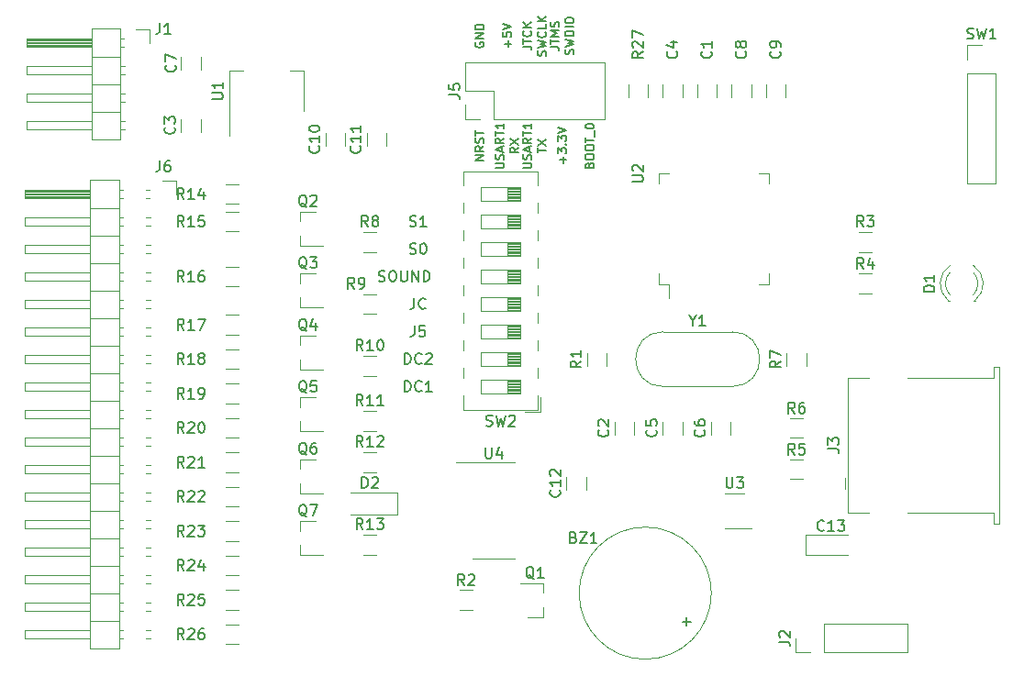
<source format=gbr>
G04 #@! TF.GenerationSoftware,KiCad,Pcbnew,(5.1.5)-3*
G04 #@! TF.CreationDate,2020-10-28T12:36:19+01:00*
G04 #@! TF.ProjectId,Gotek_Floppy_Disk_Emulator_V2,476f7465-6b5f-4466-9c6f-7070795f4469,rev?*
G04 #@! TF.SameCoordinates,Original*
G04 #@! TF.FileFunction,Legend,Top*
G04 #@! TF.FilePolarity,Positive*
%FSLAX46Y46*%
G04 Gerber Fmt 4.6, Leading zero omitted, Abs format (unit mm)*
G04 Created by KiCad (PCBNEW (5.1.5)-3) date 2020-10-28 12:36:19*
%MOMM*%
%LPD*%
G04 APERTURE LIST*
%ADD10C,0.150000*%
%ADD11C,0.120000*%
G04 APERTURE END LIST*
D10*
X117348095Y-75334761D02*
X117490952Y-75382380D01*
X117729047Y-75382380D01*
X117824285Y-75334761D01*
X117871904Y-75287142D01*
X117919523Y-75191904D01*
X117919523Y-75096666D01*
X117871904Y-75001428D01*
X117824285Y-74953809D01*
X117729047Y-74906190D01*
X117538571Y-74858571D01*
X117443333Y-74810952D01*
X117395714Y-74763333D01*
X117348095Y-74668095D01*
X117348095Y-74572857D01*
X117395714Y-74477619D01*
X117443333Y-74430000D01*
X117538571Y-74382380D01*
X117776666Y-74382380D01*
X117919523Y-74430000D01*
X118871904Y-75382380D02*
X118300476Y-75382380D01*
X118586190Y-75382380D02*
X118586190Y-74382380D01*
X118490952Y-74525238D01*
X118395714Y-74620476D01*
X118300476Y-74668095D01*
X117348095Y-77874761D02*
X117490952Y-77922380D01*
X117729047Y-77922380D01*
X117824285Y-77874761D01*
X117871904Y-77827142D01*
X117919523Y-77731904D01*
X117919523Y-77636666D01*
X117871904Y-77541428D01*
X117824285Y-77493809D01*
X117729047Y-77446190D01*
X117538571Y-77398571D01*
X117443333Y-77350952D01*
X117395714Y-77303333D01*
X117348095Y-77208095D01*
X117348095Y-77112857D01*
X117395714Y-77017619D01*
X117443333Y-76970000D01*
X117538571Y-76922380D01*
X117776666Y-76922380D01*
X117919523Y-76970000D01*
X118538571Y-76922380D02*
X118633809Y-76922380D01*
X118729047Y-76970000D01*
X118776666Y-77017619D01*
X118824285Y-77112857D01*
X118871904Y-77303333D01*
X118871904Y-77541428D01*
X118824285Y-77731904D01*
X118776666Y-77827142D01*
X118729047Y-77874761D01*
X118633809Y-77922380D01*
X118538571Y-77922380D01*
X118443333Y-77874761D01*
X118395714Y-77827142D01*
X118348095Y-77731904D01*
X118300476Y-77541428D01*
X118300476Y-77303333D01*
X118348095Y-77112857D01*
X118395714Y-77017619D01*
X118443333Y-76970000D01*
X118538571Y-76922380D01*
X114482857Y-80414761D02*
X114625714Y-80462380D01*
X114863809Y-80462380D01*
X114959047Y-80414761D01*
X115006666Y-80367142D01*
X115054285Y-80271904D01*
X115054285Y-80176666D01*
X115006666Y-80081428D01*
X114959047Y-80033809D01*
X114863809Y-79986190D01*
X114673333Y-79938571D01*
X114578095Y-79890952D01*
X114530476Y-79843333D01*
X114482857Y-79748095D01*
X114482857Y-79652857D01*
X114530476Y-79557619D01*
X114578095Y-79510000D01*
X114673333Y-79462380D01*
X114911428Y-79462380D01*
X115054285Y-79510000D01*
X115673333Y-79462380D02*
X115863809Y-79462380D01*
X115959047Y-79510000D01*
X116054285Y-79605238D01*
X116101904Y-79795714D01*
X116101904Y-80129047D01*
X116054285Y-80319523D01*
X115959047Y-80414761D01*
X115863809Y-80462380D01*
X115673333Y-80462380D01*
X115578095Y-80414761D01*
X115482857Y-80319523D01*
X115435238Y-80129047D01*
X115435238Y-79795714D01*
X115482857Y-79605238D01*
X115578095Y-79510000D01*
X115673333Y-79462380D01*
X116530476Y-79462380D02*
X116530476Y-80271904D01*
X116578095Y-80367142D01*
X116625714Y-80414761D01*
X116720952Y-80462380D01*
X116911428Y-80462380D01*
X117006666Y-80414761D01*
X117054285Y-80367142D01*
X117101904Y-80271904D01*
X117101904Y-79462380D01*
X117578095Y-80462380D02*
X117578095Y-79462380D01*
X118149523Y-80462380D01*
X118149523Y-79462380D01*
X118625714Y-80462380D02*
X118625714Y-79462380D01*
X118863809Y-79462380D01*
X119006666Y-79510000D01*
X119101904Y-79605238D01*
X119149523Y-79700476D01*
X119197142Y-79890952D01*
X119197142Y-80033809D01*
X119149523Y-80224285D01*
X119101904Y-80319523D01*
X119006666Y-80414761D01*
X118863809Y-80462380D01*
X118625714Y-80462380D01*
X117752857Y-82002380D02*
X117752857Y-82716666D01*
X117705238Y-82859523D01*
X117610000Y-82954761D01*
X117467142Y-83002380D01*
X117371904Y-83002380D01*
X118800476Y-82907142D02*
X118752857Y-82954761D01*
X118610000Y-83002380D01*
X118514761Y-83002380D01*
X118371904Y-82954761D01*
X118276666Y-82859523D01*
X118229047Y-82764285D01*
X118181428Y-82573809D01*
X118181428Y-82430952D01*
X118229047Y-82240476D01*
X118276666Y-82145238D01*
X118371904Y-82050000D01*
X118514761Y-82002380D01*
X118610000Y-82002380D01*
X118752857Y-82050000D01*
X118800476Y-82097619D01*
X117776666Y-84542380D02*
X117776666Y-85256666D01*
X117729047Y-85399523D01*
X117633809Y-85494761D01*
X117490952Y-85542380D01*
X117395714Y-85542380D01*
X118729047Y-84542380D02*
X118252857Y-84542380D01*
X118205238Y-85018571D01*
X118252857Y-84970952D01*
X118348095Y-84923333D01*
X118586190Y-84923333D01*
X118681428Y-84970952D01*
X118729047Y-85018571D01*
X118776666Y-85113809D01*
X118776666Y-85351904D01*
X118729047Y-85447142D01*
X118681428Y-85494761D01*
X118586190Y-85542380D01*
X118348095Y-85542380D01*
X118252857Y-85494761D01*
X118205238Y-85447142D01*
X116871904Y-88082380D02*
X116871904Y-87082380D01*
X117110000Y-87082380D01*
X117252857Y-87130000D01*
X117348095Y-87225238D01*
X117395714Y-87320476D01*
X117443333Y-87510952D01*
X117443333Y-87653809D01*
X117395714Y-87844285D01*
X117348095Y-87939523D01*
X117252857Y-88034761D01*
X117110000Y-88082380D01*
X116871904Y-88082380D01*
X118443333Y-87987142D02*
X118395714Y-88034761D01*
X118252857Y-88082380D01*
X118157619Y-88082380D01*
X118014761Y-88034761D01*
X117919523Y-87939523D01*
X117871904Y-87844285D01*
X117824285Y-87653809D01*
X117824285Y-87510952D01*
X117871904Y-87320476D01*
X117919523Y-87225238D01*
X118014761Y-87130000D01*
X118157619Y-87082380D01*
X118252857Y-87082380D01*
X118395714Y-87130000D01*
X118443333Y-87177619D01*
X118824285Y-87177619D02*
X118871904Y-87130000D01*
X118967142Y-87082380D01*
X119205238Y-87082380D01*
X119300476Y-87130000D01*
X119348095Y-87177619D01*
X119395714Y-87272857D01*
X119395714Y-87368095D01*
X119348095Y-87510952D01*
X118776666Y-88082380D01*
X119395714Y-88082380D01*
X116871904Y-90622380D02*
X116871904Y-89622380D01*
X117110000Y-89622380D01*
X117252857Y-89670000D01*
X117348095Y-89765238D01*
X117395714Y-89860476D01*
X117443333Y-90050952D01*
X117443333Y-90193809D01*
X117395714Y-90384285D01*
X117348095Y-90479523D01*
X117252857Y-90574761D01*
X117110000Y-90622380D01*
X116871904Y-90622380D01*
X118443333Y-90527142D02*
X118395714Y-90574761D01*
X118252857Y-90622380D01*
X118157619Y-90622380D01*
X118014761Y-90574761D01*
X117919523Y-90479523D01*
X117871904Y-90384285D01*
X117824285Y-90193809D01*
X117824285Y-90050952D01*
X117871904Y-89860476D01*
X117919523Y-89765238D01*
X118014761Y-89670000D01*
X118157619Y-89622380D01*
X118252857Y-89622380D01*
X118395714Y-89670000D01*
X118443333Y-89717619D01*
X119395714Y-90622380D02*
X118824285Y-90622380D01*
X119110000Y-90622380D02*
X119110000Y-89622380D01*
X119014761Y-89765238D01*
X118919523Y-89860476D01*
X118824285Y-89908095D01*
X133927857Y-69716428D02*
X133965952Y-69602142D01*
X134004047Y-69564047D01*
X134080238Y-69525952D01*
X134194523Y-69525952D01*
X134270714Y-69564047D01*
X134308809Y-69602142D01*
X134346904Y-69678333D01*
X134346904Y-69983095D01*
X133546904Y-69983095D01*
X133546904Y-69716428D01*
X133585000Y-69640238D01*
X133623095Y-69602142D01*
X133699285Y-69564047D01*
X133775476Y-69564047D01*
X133851666Y-69602142D01*
X133889761Y-69640238D01*
X133927857Y-69716428D01*
X133927857Y-69983095D01*
X133546904Y-69030714D02*
X133546904Y-68878333D01*
X133585000Y-68802142D01*
X133661190Y-68725952D01*
X133813571Y-68687857D01*
X134080238Y-68687857D01*
X134232619Y-68725952D01*
X134308809Y-68802142D01*
X134346904Y-68878333D01*
X134346904Y-69030714D01*
X134308809Y-69106904D01*
X134232619Y-69183095D01*
X134080238Y-69221190D01*
X133813571Y-69221190D01*
X133661190Y-69183095D01*
X133585000Y-69106904D01*
X133546904Y-69030714D01*
X133546904Y-68192619D02*
X133546904Y-68040238D01*
X133585000Y-67964047D01*
X133661190Y-67887857D01*
X133813571Y-67849761D01*
X134080238Y-67849761D01*
X134232619Y-67887857D01*
X134308809Y-67964047D01*
X134346904Y-68040238D01*
X134346904Y-68192619D01*
X134308809Y-68268809D01*
X134232619Y-68345000D01*
X134080238Y-68383095D01*
X133813571Y-68383095D01*
X133661190Y-68345000D01*
X133585000Y-68268809D01*
X133546904Y-68192619D01*
X133546904Y-67621190D02*
X133546904Y-67164047D01*
X134346904Y-67392619D02*
X133546904Y-67392619D01*
X134423095Y-67087857D02*
X134423095Y-66478333D01*
X133546904Y-66135476D02*
X133546904Y-66059285D01*
X133585000Y-65983095D01*
X133623095Y-65945000D01*
X133699285Y-65906904D01*
X133851666Y-65868809D01*
X134042142Y-65868809D01*
X134194523Y-65906904D01*
X134270714Y-65945000D01*
X134308809Y-65983095D01*
X134346904Y-66059285D01*
X134346904Y-66135476D01*
X134308809Y-66211666D01*
X134270714Y-66249761D01*
X134194523Y-66287857D01*
X134042142Y-66325952D01*
X133851666Y-66325952D01*
X133699285Y-66287857D01*
X133623095Y-66249761D01*
X133585000Y-66211666D01*
X133546904Y-66135476D01*
X131502142Y-69545000D02*
X131502142Y-68935476D01*
X131806904Y-69240238D02*
X131197380Y-69240238D01*
X131006904Y-68630714D02*
X131006904Y-68135476D01*
X131311666Y-68402142D01*
X131311666Y-68287857D01*
X131349761Y-68211666D01*
X131387857Y-68173571D01*
X131464047Y-68135476D01*
X131654523Y-68135476D01*
X131730714Y-68173571D01*
X131768809Y-68211666D01*
X131806904Y-68287857D01*
X131806904Y-68516428D01*
X131768809Y-68592619D01*
X131730714Y-68630714D01*
X131730714Y-67792619D02*
X131768809Y-67754523D01*
X131806904Y-67792619D01*
X131768809Y-67830714D01*
X131730714Y-67792619D01*
X131806904Y-67792619D01*
X131006904Y-67487857D02*
X131006904Y-66992619D01*
X131311666Y-67259285D01*
X131311666Y-67145000D01*
X131349761Y-67068809D01*
X131387857Y-67030714D01*
X131464047Y-66992619D01*
X131654523Y-66992619D01*
X131730714Y-67030714D01*
X131768809Y-67068809D01*
X131806904Y-67145000D01*
X131806904Y-67373571D01*
X131768809Y-67449761D01*
X131730714Y-67487857D01*
X131006904Y-66764047D02*
X131806904Y-66497380D01*
X131006904Y-66230714D01*
X127791904Y-69983095D02*
X128439523Y-69983095D01*
X128515714Y-69945000D01*
X128553809Y-69906904D01*
X128591904Y-69830714D01*
X128591904Y-69678333D01*
X128553809Y-69602142D01*
X128515714Y-69564047D01*
X128439523Y-69525952D01*
X127791904Y-69525952D01*
X128553809Y-69183095D02*
X128591904Y-69068809D01*
X128591904Y-68878333D01*
X128553809Y-68802142D01*
X128515714Y-68764047D01*
X128439523Y-68725952D01*
X128363333Y-68725952D01*
X128287142Y-68764047D01*
X128249047Y-68802142D01*
X128210952Y-68878333D01*
X128172857Y-69030714D01*
X128134761Y-69106904D01*
X128096666Y-69145000D01*
X128020476Y-69183095D01*
X127944285Y-69183095D01*
X127868095Y-69145000D01*
X127830000Y-69106904D01*
X127791904Y-69030714D01*
X127791904Y-68840238D01*
X127830000Y-68725952D01*
X128363333Y-68421190D02*
X128363333Y-68040238D01*
X128591904Y-68497380D02*
X127791904Y-68230714D01*
X128591904Y-67964047D01*
X128591904Y-67240238D02*
X128210952Y-67506904D01*
X128591904Y-67697380D02*
X127791904Y-67697380D01*
X127791904Y-67392619D01*
X127830000Y-67316428D01*
X127868095Y-67278333D01*
X127944285Y-67240238D01*
X128058571Y-67240238D01*
X128134761Y-67278333D01*
X128172857Y-67316428D01*
X128210952Y-67392619D01*
X128210952Y-67697380D01*
X127791904Y-67011666D02*
X127791904Y-66554523D01*
X128591904Y-66783095D02*
X127791904Y-66783095D01*
X128591904Y-65868809D02*
X128591904Y-66325952D01*
X128591904Y-66097380D02*
X127791904Y-66097380D01*
X127906190Y-66173571D01*
X127982380Y-66249761D01*
X128020476Y-66325952D01*
X129141904Y-68554523D02*
X129141904Y-68097380D01*
X129941904Y-68325952D02*
X129141904Y-68325952D01*
X129141904Y-67906904D02*
X129941904Y-67373571D01*
X129141904Y-67373571D02*
X129941904Y-67906904D01*
X125251904Y-69983095D02*
X125899523Y-69983095D01*
X125975714Y-69945000D01*
X126013809Y-69906904D01*
X126051904Y-69830714D01*
X126051904Y-69678333D01*
X126013809Y-69602142D01*
X125975714Y-69564047D01*
X125899523Y-69525952D01*
X125251904Y-69525952D01*
X126013809Y-69183095D02*
X126051904Y-69068809D01*
X126051904Y-68878333D01*
X126013809Y-68802142D01*
X125975714Y-68764047D01*
X125899523Y-68725952D01*
X125823333Y-68725952D01*
X125747142Y-68764047D01*
X125709047Y-68802142D01*
X125670952Y-68878333D01*
X125632857Y-69030714D01*
X125594761Y-69106904D01*
X125556666Y-69145000D01*
X125480476Y-69183095D01*
X125404285Y-69183095D01*
X125328095Y-69145000D01*
X125290000Y-69106904D01*
X125251904Y-69030714D01*
X125251904Y-68840238D01*
X125290000Y-68725952D01*
X125823333Y-68421190D02*
X125823333Y-68040238D01*
X126051904Y-68497380D02*
X125251904Y-68230714D01*
X126051904Y-67964047D01*
X126051904Y-67240238D02*
X125670952Y-67506904D01*
X126051904Y-67697380D02*
X125251904Y-67697380D01*
X125251904Y-67392619D01*
X125290000Y-67316428D01*
X125328095Y-67278333D01*
X125404285Y-67240238D01*
X125518571Y-67240238D01*
X125594761Y-67278333D01*
X125632857Y-67316428D01*
X125670952Y-67392619D01*
X125670952Y-67697380D01*
X125251904Y-67011666D02*
X125251904Y-66554523D01*
X126051904Y-66783095D02*
X125251904Y-66783095D01*
X126051904Y-65868809D02*
X126051904Y-66325952D01*
X126051904Y-66097380D02*
X125251904Y-66097380D01*
X125366190Y-66173571D01*
X125442380Y-66249761D01*
X125480476Y-66325952D01*
X127401904Y-68078333D02*
X127020952Y-68345000D01*
X127401904Y-68535476D02*
X126601904Y-68535476D01*
X126601904Y-68230714D01*
X126640000Y-68154523D01*
X126678095Y-68116428D01*
X126754285Y-68078333D01*
X126868571Y-68078333D01*
X126944761Y-68116428D01*
X126982857Y-68154523D01*
X127020952Y-68230714D01*
X127020952Y-68535476D01*
X126601904Y-67811666D02*
X127401904Y-67278333D01*
X126601904Y-67278333D02*
X127401904Y-67811666D01*
X124186904Y-69259285D02*
X123386904Y-69259285D01*
X124186904Y-68802142D01*
X123386904Y-68802142D01*
X124186904Y-67964047D02*
X123805952Y-68230714D01*
X124186904Y-68421190D02*
X123386904Y-68421190D01*
X123386904Y-68116428D01*
X123425000Y-68040238D01*
X123463095Y-68002142D01*
X123539285Y-67964047D01*
X123653571Y-67964047D01*
X123729761Y-68002142D01*
X123767857Y-68040238D01*
X123805952Y-68116428D01*
X123805952Y-68421190D01*
X124148809Y-67659285D02*
X124186904Y-67545000D01*
X124186904Y-67354523D01*
X124148809Y-67278333D01*
X124110714Y-67240238D01*
X124034523Y-67202142D01*
X123958333Y-67202142D01*
X123882142Y-67240238D01*
X123844047Y-67278333D01*
X123805952Y-67354523D01*
X123767857Y-67506904D01*
X123729761Y-67583095D01*
X123691666Y-67621190D01*
X123615476Y-67659285D01*
X123539285Y-67659285D01*
X123463095Y-67621190D01*
X123425000Y-67583095D01*
X123386904Y-67506904D01*
X123386904Y-67316428D01*
X123425000Y-67202142D01*
X123386904Y-66973571D02*
X123386904Y-66516428D01*
X124186904Y-66745000D02*
X123386904Y-66745000D01*
X130331904Y-58813571D02*
X130903333Y-58813571D01*
X131017619Y-58851666D01*
X131093809Y-58927857D01*
X131131904Y-59042142D01*
X131131904Y-59118333D01*
X130331904Y-58546904D02*
X130331904Y-58089761D01*
X131131904Y-58318333D02*
X130331904Y-58318333D01*
X131131904Y-57823095D02*
X130331904Y-57823095D01*
X130903333Y-57556428D01*
X130331904Y-57289761D01*
X131131904Y-57289761D01*
X131093809Y-56946904D02*
X131131904Y-56832619D01*
X131131904Y-56642142D01*
X131093809Y-56565952D01*
X131055714Y-56527857D01*
X130979523Y-56489761D01*
X130903333Y-56489761D01*
X130827142Y-56527857D01*
X130789047Y-56565952D01*
X130750952Y-56642142D01*
X130712857Y-56794523D01*
X130674761Y-56870714D01*
X130636666Y-56908809D01*
X130560476Y-56946904D01*
X130484285Y-56946904D01*
X130408095Y-56908809D01*
X130370000Y-56870714D01*
X130331904Y-56794523D01*
X130331904Y-56604047D01*
X130370000Y-56489761D01*
X132443809Y-59480238D02*
X132481904Y-59365952D01*
X132481904Y-59175476D01*
X132443809Y-59099285D01*
X132405714Y-59061190D01*
X132329523Y-59023095D01*
X132253333Y-59023095D01*
X132177142Y-59061190D01*
X132139047Y-59099285D01*
X132100952Y-59175476D01*
X132062857Y-59327857D01*
X132024761Y-59404047D01*
X131986666Y-59442142D01*
X131910476Y-59480238D01*
X131834285Y-59480238D01*
X131758095Y-59442142D01*
X131720000Y-59404047D01*
X131681904Y-59327857D01*
X131681904Y-59137380D01*
X131720000Y-59023095D01*
X131681904Y-58756428D02*
X132481904Y-58565952D01*
X131910476Y-58413571D01*
X132481904Y-58261190D01*
X131681904Y-58070714D01*
X132481904Y-57765952D02*
X131681904Y-57765952D01*
X131681904Y-57575476D01*
X131720000Y-57461190D01*
X131796190Y-57385000D01*
X131872380Y-57346904D01*
X132024761Y-57308809D01*
X132139047Y-57308809D01*
X132291428Y-57346904D01*
X132367619Y-57385000D01*
X132443809Y-57461190D01*
X132481904Y-57575476D01*
X132481904Y-57765952D01*
X132481904Y-56965952D02*
X131681904Y-56965952D01*
X131681904Y-56432619D02*
X131681904Y-56280238D01*
X131720000Y-56204047D01*
X131796190Y-56127857D01*
X131948571Y-56089761D01*
X132215238Y-56089761D01*
X132367619Y-56127857D01*
X132443809Y-56204047D01*
X132481904Y-56280238D01*
X132481904Y-56432619D01*
X132443809Y-56508809D01*
X132367619Y-56585000D01*
X132215238Y-56623095D01*
X131948571Y-56623095D01*
X131796190Y-56585000D01*
X131720000Y-56508809D01*
X131681904Y-56432619D01*
X127791904Y-58775476D02*
X128363333Y-58775476D01*
X128477619Y-58813571D01*
X128553809Y-58889761D01*
X128591904Y-59004047D01*
X128591904Y-59080238D01*
X127791904Y-58508809D02*
X127791904Y-58051666D01*
X128591904Y-58280238D02*
X127791904Y-58280238D01*
X128515714Y-57327857D02*
X128553809Y-57365952D01*
X128591904Y-57480238D01*
X128591904Y-57556428D01*
X128553809Y-57670714D01*
X128477619Y-57746904D01*
X128401428Y-57785000D01*
X128249047Y-57823095D01*
X128134761Y-57823095D01*
X127982380Y-57785000D01*
X127906190Y-57746904D01*
X127830000Y-57670714D01*
X127791904Y-57556428D01*
X127791904Y-57480238D01*
X127830000Y-57365952D01*
X127868095Y-57327857D01*
X128591904Y-56985000D02*
X127791904Y-56985000D01*
X128591904Y-56527857D02*
X128134761Y-56870714D01*
X127791904Y-56527857D02*
X128249047Y-56985000D01*
X129903809Y-59594523D02*
X129941904Y-59480238D01*
X129941904Y-59289761D01*
X129903809Y-59213571D01*
X129865714Y-59175476D01*
X129789523Y-59137380D01*
X129713333Y-59137380D01*
X129637142Y-59175476D01*
X129599047Y-59213571D01*
X129560952Y-59289761D01*
X129522857Y-59442142D01*
X129484761Y-59518333D01*
X129446666Y-59556428D01*
X129370476Y-59594523D01*
X129294285Y-59594523D01*
X129218095Y-59556428D01*
X129180000Y-59518333D01*
X129141904Y-59442142D01*
X129141904Y-59251666D01*
X129180000Y-59137380D01*
X129141904Y-58870714D02*
X129941904Y-58680238D01*
X129370476Y-58527857D01*
X129941904Y-58375476D01*
X129141904Y-58185000D01*
X129865714Y-57423095D02*
X129903809Y-57461190D01*
X129941904Y-57575476D01*
X129941904Y-57651666D01*
X129903809Y-57765952D01*
X129827619Y-57842142D01*
X129751428Y-57880238D01*
X129599047Y-57918333D01*
X129484761Y-57918333D01*
X129332380Y-57880238D01*
X129256190Y-57842142D01*
X129180000Y-57765952D01*
X129141904Y-57651666D01*
X129141904Y-57575476D01*
X129180000Y-57461190D01*
X129218095Y-57423095D01*
X129941904Y-56699285D02*
X129941904Y-57080238D01*
X129141904Y-57080238D01*
X129941904Y-56432619D02*
X129141904Y-56432619D01*
X129941904Y-55975476D02*
X129484761Y-56318333D01*
X129141904Y-55975476D02*
X129599047Y-56432619D01*
X126422142Y-58813571D02*
X126422142Y-58204047D01*
X126726904Y-58508809D02*
X126117380Y-58508809D01*
X125926904Y-57442142D02*
X125926904Y-57823095D01*
X126307857Y-57861190D01*
X126269761Y-57823095D01*
X126231666Y-57746904D01*
X126231666Y-57556428D01*
X126269761Y-57480238D01*
X126307857Y-57442142D01*
X126384047Y-57404047D01*
X126574523Y-57404047D01*
X126650714Y-57442142D01*
X126688809Y-57480238D01*
X126726904Y-57556428D01*
X126726904Y-57746904D01*
X126688809Y-57823095D01*
X126650714Y-57861190D01*
X125926904Y-57175476D02*
X126726904Y-56908809D01*
X125926904Y-56642142D01*
X123425000Y-58394523D02*
X123386904Y-58470714D01*
X123386904Y-58585000D01*
X123425000Y-58699285D01*
X123501190Y-58775476D01*
X123577380Y-58813571D01*
X123729761Y-58851666D01*
X123844047Y-58851666D01*
X123996428Y-58813571D01*
X124072619Y-58775476D01*
X124148809Y-58699285D01*
X124186904Y-58585000D01*
X124186904Y-58508809D01*
X124148809Y-58394523D01*
X124110714Y-58356428D01*
X123844047Y-58356428D01*
X123844047Y-58508809D01*
X124186904Y-58013571D02*
X123386904Y-58013571D01*
X124186904Y-57556428D01*
X123386904Y-57556428D01*
X124186904Y-57175476D02*
X123386904Y-57175476D01*
X123386904Y-56985000D01*
X123425000Y-56870714D01*
X123501190Y-56794523D01*
X123577380Y-56756428D01*
X123729761Y-56718333D01*
X123844047Y-56718333D01*
X123996428Y-56756428D01*
X124072619Y-56794523D01*
X124148809Y-56870714D01*
X124186904Y-56985000D01*
X124186904Y-57175476D01*
D11*
X150525000Y-71405000D02*
X150525000Y-70455000D01*
X150525000Y-70455000D02*
X149575000Y-70455000D01*
X150525000Y-79725000D02*
X150525000Y-80675000D01*
X150525000Y-80675000D02*
X149575000Y-80675000D01*
X140305000Y-71405000D02*
X140305000Y-70455000D01*
X140305000Y-70455000D02*
X141255000Y-70455000D01*
X140305000Y-79725000D02*
X140305000Y-80675000D01*
X140305000Y-80675000D02*
X141255000Y-80675000D01*
X141255000Y-80675000D02*
X141255000Y-82015000D01*
X95758000Y-71120000D02*
X94488000Y-71120000D01*
X95758000Y-72390000D02*
X95758000Y-71120000D01*
X93445071Y-113410000D02*
X92990929Y-113410000D01*
X93445071Y-112650000D02*
X92990929Y-112650000D01*
X90905071Y-113410000D02*
X90508000Y-113410000D01*
X90905071Y-112650000D02*
X90508000Y-112650000D01*
X81848000Y-113410000D02*
X87848000Y-113410000D01*
X81848000Y-112650000D02*
X81848000Y-113410000D01*
X87848000Y-112650000D02*
X81848000Y-112650000D01*
X90508000Y-111760000D02*
X87848000Y-111760000D01*
X93445071Y-110870000D02*
X92990929Y-110870000D01*
X93445071Y-110110000D02*
X92990929Y-110110000D01*
X90905071Y-110870000D02*
X90508000Y-110870000D01*
X90905071Y-110110000D02*
X90508000Y-110110000D01*
X81848000Y-110870000D02*
X87848000Y-110870000D01*
X81848000Y-110110000D02*
X81848000Y-110870000D01*
X87848000Y-110110000D02*
X81848000Y-110110000D01*
X90508000Y-109220000D02*
X87848000Y-109220000D01*
X93445071Y-108330000D02*
X92990929Y-108330000D01*
X93445071Y-107570000D02*
X92990929Y-107570000D01*
X90905071Y-108330000D02*
X90508000Y-108330000D01*
X90905071Y-107570000D02*
X90508000Y-107570000D01*
X81848000Y-108330000D02*
X87848000Y-108330000D01*
X81848000Y-107570000D02*
X81848000Y-108330000D01*
X87848000Y-107570000D02*
X81848000Y-107570000D01*
X90508000Y-106680000D02*
X87848000Y-106680000D01*
X93445071Y-105790000D02*
X92990929Y-105790000D01*
X93445071Y-105030000D02*
X92990929Y-105030000D01*
X90905071Y-105790000D02*
X90508000Y-105790000D01*
X90905071Y-105030000D02*
X90508000Y-105030000D01*
X81848000Y-105790000D02*
X87848000Y-105790000D01*
X81848000Y-105030000D02*
X81848000Y-105790000D01*
X87848000Y-105030000D02*
X81848000Y-105030000D01*
X90508000Y-104140000D02*
X87848000Y-104140000D01*
X93445071Y-103250000D02*
X92990929Y-103250000D01*
X93445071Y-102490000D02*
X92990929Y-102490000D01*
X90905071Y-103250000D02*
X90508000Y-103250000D01*
X90905071Y-102490000D02*
X90508000Y-102490000D01*
X81848000Y-103250000D02*
X87848000Y-103250000D01*
X81848000Y-102490000D02*
X81848000Y-103250000D01*
X87848000Y-102490000D02*
X81848000Y-102490000D01*
X90508000Y-101600000D02*
X87848000Y-101600000D01*
X93445071Y-100710000D02*
X92990929Y-100710000D01*
X93445071Y-99950000D02*
X92990929Y-99950000D01*
X90905071Y-100710000D02*
X90508000Y-100710000D01*
X90905071Y-99950000D02*
X90508000Y-99950000D01*
X81848000Y-100710000D02*
X87848000Y-100710000D01*
X81848000Y-99950000D02*
X81848000Y-100710000D01*
X87848000Y-99950000D02*
X81848000Y-99950000D01*
X90508000Y-99060000D02*
X87848000Y-99060000D01*
X93445071Y-98170000D02*
X92990929Y-98170000D01*
X93445071Y-97410000D02*
X92990929Y-97410000D01*
X90905071Y-98170000D02*
X90508000Y-98170000D01*
X90905071Y-97410000D02*
X90508000Y-97410000D01*
X81848000Y-98170000D02*
X87848000Y-98170000D01*
X81848000Y-97410000D02*
X81848000Y-98170000D01*
X87848000Y-97410000D02*
X81848000Y-97410000D01*
X90508000Y-96520000D02*
X87848000Y-96520000D01*
X93445071Y-95630000D02*
X92990929Y-95630000D01*
X93445071Y-94870000D02*
X92990929Y-94870000D01*
X90905071Y-95630000D02*
X90508000Y-95630000D01*
X90905071Y-94870000D02*
X90508000Y-94870000D01*
X81848000Y-95630000D02*
X87848000Y-95630000D01*
X81848000Y-94870000D02*
X81848000Y-95630000D01*
X87848000Y-94870000D02*
X81848000Y-94870000D01*
X90508000Y-93980000D02*
X87848000Y-93980000D01*
X93445071Y-93090000D02*
X92990929Y-93090000D01*
X93445071Y-92330000D02*
X92990929Y-92330000D01*
X90905071Y-93090000D02*
X90508000Y-93090000D01*
X90905071Y-92330000D02*
X90508000Y-92330000D01*
X81848000Y-93090000D02*
X87848000Y-93090000D01*
X81848000Y-92330000D02*
X81848000Y-93090000D01*
X87848000Y-92330000D02*
X81848000Y-92330000D01*
X90508000Y-91440000D02*
X87848000Y-91440000D01*
X93445071Y-90550000D02*
X92990929Y-90550000D01*
X93445071Y-89790000D02*
X92990929Y-89790000D01*
X90905071Y-90550000D02*
X90508000Y-90550000D01*
X90905071Y-89790000D02*
X90508000Y-89790000D01*
X81848000Y-90550000D02*
X87848000Y-90550000D01*
X81848000Y-89790000D02*
X81848000Y-90550000D01*
X87848000Y-89790000D02*
X81848000Y-89790000D01*
X90508000Y-88900000D02*
X87848000Y-88900000D01*
X93445071Y-88010000D02*
X92990929Y-88010000D01*
X93445071Y-87250000D02*
X92990929Y-87250000D01*
X90905071Y-88010000D02*
X90508000Y-88010000D01*
X90905071Y-87250000D02*
X90508000Y-87250000D01*
X81848000Y-88010000D02*
X87848000Y-88010000D01*
X81848000Y-87250000D02*
X81848000Y-88010000D01*
X87848000Y-87250000D02*
X81848000Y-87250000D01*
X90508000Y-86360000D02*
X87848000Y-86360000D01*
X93445071Y-85470000D02*
X92990929Y-85470000D01*
X93445071Y-84710000D02*
X92990929Y-84710000D01*
X90905071Y-85470000D02*
X90508000Y-85470000D01*
X90905071Y-84710000D02*
X90508000Y-84710000D01*
X81848000Y-85470000D02*
X87848000Y-85470000D01*
X81848000Y-84710000D02*
X81848000Y-85470000D01*
X87848000Y-84710000D02*
X81848000Y-84710000D01*
X90508000Y-83820000D02*
X87848000Y-83820000D01*
X93445071Y-82930000D02*
X92990929Y-82930000D01*
X93445071Y-82170000D02*
X92990929Y-82170000D01*
X90905071Y-82930000D02*
X90508000Y-82930000D01*
X90905071Y-82170000D02*
X90508000Y-82170000D01*
X81848000Y-82930000D02*
X87848000Y-82930000D01*
X81848000Y-82170000D02*
X81848000Y-82930000D01*
X87848000Y-82170000D02*
X81848000Y-82170000D01*
X90508000Y-81280000D02*
X87848000Y-81280000D01*
X93445071Y-80390000D02*
X92990929Y-80390000D01*
X93445071Y-79630000D02*
X92990929Y-79630000D01*
X90905071Y-80390000D02*
X90508000Y-80390000D01*
X90905071Y-79630000D02*
X90508000Y-79630000D01*
X81848000Y-80390000D02*
X87848000Y-80390000D01*
X81848000Y-79630000D02*
X81848000Y-80390000D01*
X87848000Y-79630000D02*
X81848000Y-79630000D01*
X90508000Y-78740000D02*
X87848000Y-78740000D01*
X93445071Y-77850000D02*
X92990929Y-77850000D01*
X93445071Y-77090000D02*
X92990929Y-77090000D01*
X90905071Y-77850000D02*
X90508000Y-77850000D01*
X90905071Y-77090000D02*
X90508000Y-77090000D01*
X81848000Y-77850000D02*
X87848000Y-77850000D01*
X81848000Y-77090000D02*
X81848000Y-77850000D01*
X87848000Y-77090000D02*
X81848000Y-77090000D01*
X90508000Y-76200000D02*
X87848000Y-76200000D01*
X93445071Y-75310000D02*
X92990929Y-75310000D01*
X93445071Y-74550000D02*
X92990929Y-74550000D01*
X90905071Y-75310000D02*
X90508000Y-75310000D01*
X90905071Y-74550000D02*
X90508000Y-74550000D01*
X81848000Y-75310000D02*
X87848000Y-75310000D01*
X81848000Y-74550000D02*
X81848000Y-75310000D01*
X87848000Y-74550000D02*
X81848000Y-74550000D01*
X90508000Y-73660000D02*
X87848000Y-73660000D01*
X93378000Y-72770000D02*
X92990929Y-72770000D01*
X93378000Y-72010000D02*
X92990929Y-72010000D01*
X90905071Y-72770000D02*
X90508000Y-72770000D01*
X90905071Y-72010000D02*
X90508000Y-72010000D01*
X87848000Y-72670000D02*
X81848000Y-72670000D01*
X87848000Y-72550000D02*
X81848000Y-72550000D01*
X87848000Y-72430000D02*
X81848000Y-72430000D01*
X87848000Y-72310000D02*
X81848000Y-72310000D01*
X87848000Y-72190000D02*
X81848000Y-72190000D01*
X87848000Y-72070000D02*
X81848000Y-72070000D01*
X81848000Y-72770000D02*
X87848000Y-72770000D01*
X81848000Y-72010000D02*
X81848000Y-72770000D01*
X87848000Y-72010000D02*
X81848000Y-72010000D01*
X87848000Y-71060000D02*
X90508000Y-71060000D01*
X87848000Y-114360000D02*
X87848000Y-71060000D01*
X90508000Y-114360000D02*
X87848000Y-114360000D01*
X90508000Y-71060000D02*
X90508000Y-114360000D01*
X93345000Y-57150000D02*
X92075000Y-57150000D01*
X93345000Y-58420000D02*
X93345000Y-57150000D01*
X91032071Y-66420000D02*
X90635000Y-66420000D01*
X91032071Y-65660000D02*
X90635000Y-65660000D01*
X81975000Y-66420000D02*
X87975000Y-66420000D01*
X81975000Y-65660000D02*
X81975000Y-66420000D01*
X87975000Y-65660000D02*
X81975000Y-65660000D01*
X90635000Y-64770000D02*
X87975000Y-64770000D01*
X91032071Y-63880000D02*
X90635000Y-63880000D01*
X91032071Y-63120000D02*
X90635000Y-63120000D01*
X81975000Y-63880000D02*
X87975000Y-63880000D01*
X81975000Y-63120000D02*
X81975000Y-63880000D01*
X87975000Y-63120000D02*
X81975000Y-63120000D01*
X90635000Y-62230000D02*
X87975000Y-62230000D01*
X91032071Y-61340000D02*
X90635000Y-61340000D01*
X91032071Y-60580000D02*
X90635000Y-60580000D01*
X81975000Y-61340000D02*
X87975000Y-61340000D01*
X81975000Y-60580000D02*
X81975000Y-61340000D01*
X87975000Y-60580000D02*
X81975000Y-60580000D01*
X90635000Y-59690000D02*
X87975000Y-59690000D01*
X90965000Y-58800000D02*
X90635000Y-58800000D01*
X90965000Y-58040000D02*
X90635000Y-58040000D01*
X87975000Y-58700000D02*
X81975000Y-58700000D01*
X87975000Y-58580000D02*
X81975000Y-58580000D01*
X87975000Y-58460000D02*
X81975000Y-58460000D01*
X87975000Y-58340000D02*
X81975000Y-58340000D01*
X87975000Y-58220000D02*
X81975000Y-58220000D01*
X87975000Y-58100000D02*
X81975000Y-58100000D01*
X81975000Y-58800000D02*
X87975000Y-58800000D01*
X81975000Y-58040000D02*
X81975000Y-58800000D01*
X87975000Y-58040000D02*
X81975000Y-58040000D01*
X87975000Y-57090000D02*
X90635000Y-57090000D01*
X87975000Y-67370000D02*
X87975000Y-57090000D01*
X90635000Y-67370000D02*
X87975000Y-67370000D01*
X90635000Y-57090000D02*
X90635000Y-67370000D01*
X163255000Y-114695000D02*
X163255000Y-112035000D01*
X155575000Y-114695000D02*
X163255000Y-114695000D01*
X155575000Y-112035000D02*
X163255000Y-112035000D01*
X155575000Y-114695000D02*
X155575000Y-112035000D01*
X154305000Y-114695000D02*
X152975000Y-114695000D01*
X152975000Y-114695000D02*
X152975000Y-113365000D01*
X145175000Y-109220000D02*
G75*
G03X145175000Y-109220000I-6100000J0D01*
G01*
X143870000Y-62262936D02*
X143870000Y-63467064D01*
X145690000Y-62262936D02*
X145690000Y-63467064D01*
X138070000Y-93377936D02*
X138070000Y-94582064D01*
X136250000Y-93377936D02*
X136250000Y-94582064D01*
X98065000Y-65437936D02*
X98065000Y-66642064D01*
X96245000Y-65437936D02*
X96245000Y-66642064D01*
X142515000Y-62262936D02*
X142515000Y-63467064D01*
X140695000Y-62262936D02*
X140695000Y-63467064D01*
X140695000Y-93377936D02*
X140695000Y-94582064D01*
X142515000Y-93377936D02*
X142515000Y-94582064D01*
X146960000Y-93377936D02*
X146960000Y-94582064D01*
X145140000Y-93377936D02*
X145140000Y-94582064D01*
X98065000Y-60927064D02*
X98065000Y-59722936D01*
X96245000Y-60927064D02*
X96245000Y-59722936D01*
X147045000Y-62262936D02*
X147045000Y-63467064D01*
X148865000Y-62262936D02*
X148865000Y-63467064D01*
X152040000Y-62262936D02*
X152040000Y-63467064D01*
X150220000Y-62262936D02*
X150220000Y-63467064D01*
X111400000Y-66707936D02*
X111400000Y-67912064D01*
X109580000Y-66707936D02*
X109580000Y-67912064D01*
X115210000Y-66707936D02*
X115210000Y-67912064D01*
X113390000Y-66707936D02*
X113390000Y-67912064D01*
X131805000Y-98457936D02*
X131805000Y-99662064D01*
X133625000Y-98457936D02*
X133625000Y-99662064D01*
X153900000Y-105710000D02*
X157810000Y-105710000D01*
X153900000Y-103840000D02*
X153900000Y-105710000D01*
X157810000Y-103840000D02*
X153900000Y-103840000D01*
X116215000Y-99965000D02*
X111915000Y-99965000D01*
X116215000Y-101965000D02*
X116215000Y-99965000D01*
X111915000Y-101965000D02*
X116215000Y-101965000D01*
X171740000Y-102810000D02*
X171740000Y-88310000D01*
X171740000Y-88310000D02*
X171240000Y-88310000D01*
X171240000Y-88310000D02*
X171240000Y-89310000D01*
X171240000Y-89310000D02*
X163240000Y-89310000D01*
X159740000Y-89310000D02*
X157740000Y-89310000D01*
X157740000Y-89310000D02*
X157740000Y-101810000D01*
X157740000Y-101810000D02*
X159740000Y-101810000D01*
X163240000Y-101810000D02*
X171240000Y-101810000D01*
X171240000Y-101810000D02*
X171240000Y-102810000D01*
X171240000Y-102810000D02*
X171740000Y-102810000D01*
X157490000Y-99560000D02*
X157490000Y-98560000D01*
X122495000Y-65465000D02*
X122495000Y-64135000D01*
X123825000Y-65465000D02*
X122495000Y-65465000D01*
X122495000Y-62865000D02*
X122495000Y-60265000D01*
X125095000Y-62865000D02*
X122495000Y-62865000D01*
X125095000Y-65465000D02*
X125095000Y-62865000D01*
X122495000Y-60265000D02*
X135315000Y-60265000D01*
X125095000Y-65465000D02*
X135315000Y-65465000D01*
X135315000Y-65465000D02*
X135315000Y-60265000D01*
X129665000Y-111435000D02*
X128205000Y-111435000D01*
X129665000Y-108275000D02*
X127505000Y-108275000D01*
X129665000Y-108275000D02*
X129665000Y-109205000D01*
X129665000Y-111435000D02*
X129665000Y-110505000D01*
X107190000Y-73985000D02*
X108650000Y-73985000D01*
X107190000Y-77145000D02*
X109350000Y-77145000D01*
X107190000Y-77145000D02*
X107190000Y-76215000D01*
X107190000Y-73985000D02*
X107190000Y-74915000D01*
X107190000Y-79700000D02*
X107190000Y-80630000D01*
X107190000Y-82860000D02*
X107190000Y-81930000D01*
X107190000Y-82860000D02*
X109350000Y-82860000D01*
X107190000Y-79700000D02*
X108650000Y-79700000D01*
X107190000Y-85415000D02*
X108650000Y-85415000D01*
X107190000Y-88575000D02*
X109350000Y-88575000D01*
X107190000Y-88575000D02*
X107190000Y-87645000D01*
X107190000Y-85415000D02*
X107190000Y-86345000D01*
X107190000Y-91130000D02*
X107190000Y-92060000D01*
X107190000Y-94290000D02*
X107190000Y-93360000D01*
X107190000Y-94290000D02*
X109350000Y-94290000D01*
X107190000Y-91130000D02*
X108650000Y-91130000D01*
X107190000Y-96845000D02*
X108650000Y-96845000D01*
X107190000Y-100005000D02*
X109350000Y-100005000D01*
X107190000Y-100005000D02*
X107190000Y-99075000D01*
X107190000Y-96845000D02*
X107190000Y-97775000D01*
X107190000Y-102560000D02*
X107190000Y-103490000D01*
X107190000Y-105720000D02*
X107190000Y-104790000D01*
X107190000Y-105720000D02*
X109350000Y-105720000D01*
X107190000Y-102560000D02*
X108650000Y-102560000D01*
X135530000Y-87027936D02*
X135530000Y-88232064D01*
X133710000Y-87027936D02*
X133710000Y-88232064D01*
X121952936Y-108945000D02*
X123157064Y-108945000D01*
X121952936Y-110765000D02*
X123157064Y-110765000D01*
X159987064Y-75925000D02*
X158782936Y-75925000D01*
X159987064Y-77745000D02*
X158782936Y-77745000D01*
X158782936Y-81555000D02*
X159987064Y-81555000D01*
X158782936Y-79735000D02*
X159987064Y-79735000D01*
X152432936Y-96880000D02*
X153637064Y-96880000D01*
X152432936Y-98700000D02*
X153637064Y-98700000D01*
X152432936Y-94890000D02*
X153637064Y-94890000D01*
X152432936Y-93070000D02*
X153637064Y-93070000D01*
X153945000Y-87027936D02*
X153945000Y-88232064D01*
X152125000Y-87027936D02*
X152125000Y-88232064D01*
X114267064Y-77745000D02*
X113062936Y-77745000D01*
X114267064Y-75925000D02*
X113062936Y-75925000D01*
X114267064Y-81640000D02*
X113062936Y-81640000D01*
X114267064Y-83460000D02*
X113062936Y-83460000D01*
X114267064Y-89175000D02*
X113062936Y-89175000D01*
X114267064Y-87355000D02*
X113062936Y-87355000D01*
X114267064Y-92435000D02*
X113062936Y-92435000D01*
X114267064Y-94255000D02*
X113062936Y-94255000D01*
X114267064Y-98065000D02*
X113062936Y-98065000D01*
X114267064Y-96245000D02*
X113062936Y-96245000D01*
X114267064Y-103865000D02*
X113062936Y-103865000D01*
X114267064Y-105685000D02*
X113062936Y-105685000D01*
X100362936Y-71480000D02*
X101567064Y-71480000D01*
X100362936Y-73300000D02*
X101567064Y-73300000D01*
X100362936Y-75840000D02*
X101567064Y-75840000D01*
X100362936Y-74020000D02*
X101567064Y-74020000D01*
X100362936Y-80920000D02*
X101567064Y-80920000D01*
X100362936Y-79100000D02*
X101567064Y-79100000D01*
X100362936Y-83545000D02*
X101567064Y-83545000D01*
X100362936Y-85365000D02*
X101567064Y-85365000D01*
X100362936Y-86720000D02*
X101567064Y-86720000D01*
X100362936Y-88540000D02*
X101567064Y-88540000D01*
X100362936Y-91715000D02*
X101567064Y-91715000D01*
X100362936Y-89895000D02*
X101567064Y-89895000D01*
X100362936Y-93070000D02*
X101567064Y-93070000D01*
X100362936Y-94890000D02*
X101567064Y-94890000D01*
X100362936Y-98065000D02*
X101567064Y-98065000D01*
X100362936Y-96245000D02*
X101567064Y-96245000D01*
X100362936Y-99420000D02*
X101567064Y-99420000D01*
X100362936Y-101240000D02*
X101567064Y-101240000D01*
X100362936Y-104415000D02*
X101567064Y-104415000D01*
X100362936Y-102595000D02*
X101567064Y-102595000D01*
X100362936Y-105770000D02*
X101567064Y-105770000D01*
X100362936Y-107590000D02*
X101567064Y-107590000D01*
X100362936Y-110765000D02*
X101567064Y-110765000D01*
X100362936Y-108945000D02*
X101567064Y-108945000D01*
X100362936Y-113940000D02*
X101567064Y-113940000D01*
X100362936Y-112120000D02*
X101567064Y-112120000D01*
X168773800Y-71434000D02*
X171433800Y-71434000D01*
X168773800Y-61214000D02*
X168773800Y-71434000D01*
X171433800Y-61214000D02*
X171433800Y-71434000D01*
X168773800Y-61214000D02*
X171433800Y-61214000D01*
X168773800Y-59944000D02*
X168773800Y-58614000D01*
X168773800Y-58614000D02*
X170103800Y-58614000D01*
X126333333Y-73025000D02*
X126333333Y-71755000D01*
X127540000Y-71825000D02*
X126333333Y-71825000D01*
X127540000Y-71945000D02*
X126333333Y-71945000D01*
X127540000Y-72065000D02*
X126333333Y-72065000D01*
X127540000Y-72185000D02*
X126333333Y-72185000D01*
X127540000Y-72305000D02*
X126333333Y-72305000D01*
X127540000Y-72425000D02*
X126333333Y-72425000D01*
X127540000Y-72545000D02*
X126333333Y-72545000D01*
X127540000Y-72665000D02*
X126333333Y-72665000D01*
X127540000Y-72785000D02*
X126333333Y-72785000D01*
X127540000Y-72905000D02*
X126333333Y-72905000D01*
X123920000Y-73025000D02*
X127540000Y-73025000D01*
X123920000Y-71755000D02*
X123920000Y-73025000D01*
X127540000Y-71755000D02*
X123920000Y-71755000D01*
X127540000Y-73025000D02*
X127540000Y-71755000D01*
X126333333Y-75565000D02*
X126333333Y-74295000D01*
X127540000Y-74365000D02*
X126333333Y-74365000D01*
X127540000Y-74485000D02*
X126333333Y-74485000D01*
X127540000Y-74605000D02*
X126333333Y-74605000D01*
X127540000Y-74725000D02*
X126333333Y-74725000D01*
X127540000Y-74845000D02*
X126333333Y-74845000D01*
X127540000Y-74965000D02*
X126333333Y-74965000D01*
X127540000Y-75085000D02*
X126333333Y-75085000D01*
X127540000Y-75205000D02*
X126333333Y-75205000D01*
X127540000Y-75325000D02*
X126333333Y-75325000D01*
X127540000Y-75445000D02*
X126333333Y-75445000D01*
X123920000Y-75565000D02*
X127540000Y-75565000D01*
X123920000Y-74295000D02*
X123920000Y-75565000D01*
X127540000Y-74295000D02*
X123920000Y-74295000D01*
X127540000Y-75565000D02*
X127540000Y-74295000D01*
X126333333Y-78105000D02*
X126333333Y-76835000D01*
X127540000Y-76905000D02*
X126333333Y-76905000D01*
X127540000Y-77025000D02*
X126333333Y-77025000D01*
X127540000Y-77145000D02*
X126333333Y-77145000D01*
X127540000Y-77265000D02*
X126333333Y-77265000D01*
X127540000Y-77385000D02*
X126333333Y-77385000D01*
X127540000Y-77505000D02*
X126333333Y-77505000D01*
X127540000Y-77625000D02*
X126333333Y-77625000D01*
X127540000Y-77745000D02*
X126333333Y-77745000D01*
X127540000Y-77865000D02*
X126333333Y-77865000D01*
X127540000Y-77985000D02*
X126333333Y-77985000D01*
X123920000Y-78105000D02*
X127540000Y-78105000D01*
X123920000Y-76835000D02*
X123920000Y-78105000D01*
X127540000Y-76835000D02*
X123920000Y-76835000D01*
X127540000Y-78105000D02*
X127540000Y-76835000D01*
X126333333Y-80645000D02*
X126333333Y-79375000D01*
X127540000Y-79445000D02*
X126333333Y-79445000D01*
X127540000Y-79565000D02*
X126333333Y-79565000D01*
X127540000Y-79685000D02*
X126333333Y-79685000D01*
X127540000Y-79805000D02*
X126333333Y-79805000D01*
X127540000Y-79925000D02*
X126333333Y-79925000D01*
X127540000Y-80045000D02*
X126333333Y-80045000D01*
X127540000Y-80165000D02*
X126333333Y-80165000D01*
X127540000Y-80285000D02*
X126333333Y-80285000D01*
X127540000Y-80405000D02*
X126333333Y-80405000D01*
X127540000Y-80525000D02*
X126333333Y-80525000D01*
X123920000Y-80645000D02*
X127540000Y-80645000D01*
X123920000Y-79375000D02*
X123920000Y-80645000D01*
X127540000Y-79375000D02*
X123920000Y-79375000D01*
X127540000Y-80645000D02*
X127540000Y-79375000D01*
X126333333Y-83185000D02*
X126333333Y-81915000D01*
X127540000Y-81985000D02*
X126333333Y-81985000D01*
X127540000Y-82105000D02*
X126333333Y-82105000D01*
X127540000Y-82225000D02*
X126333333Y-82225000D01*
X127540000Y-82345000D02*
X126333333Y-82345000D01*
X127540000Y-82465000D02*
X126333333Y-82465000D01*
X127540000Y-82585000D02*
X126333333Y-82585000D01*
X127540000Y-82705000D02*
X126333333Y-82705000D01*
X127540000Y-82825000D02*
X126333333Y-82825000D01*
X127540000Y-82945000D02*
X126333333Y-82945000D01*
X127540000Y-83065000D02*
X126333333Y-83065000D01*
X123920000Y-83185000D02*
X127540000Y-83185000D01*
X123920000Y-81915000D02*
X123920000Y-83185000D01*
X127540000Y-81915000D02*
X123920000Y-81915000D01*
X127540000Y-83185000D02*
X127540000Y-81915000D01*
X126333333Y-85725000D02*
X126333333Y-84455000D01*
X127540000Y-84525000D02*
X126333333Y-84525000D01*
X127540000Y-84645000D02*
X126333333Y-84645000D01*
X127540000Y-84765000D02*
X126333333Y-84765000D01*
X127540000Y-84885000D02*
X126333333Y-84885000D01*
X127540000Y-85005000D02*
X126333333Y-85005000D01*
X127540000Y-85125000D02*
X126333333Y-85125000D01*
X127540000Y-85245000D02*
X126333333Y-85245000D01*
X127540000Y-85365000D02*
X126333333Y-85365000D01*
X127540000Y-85485000D02*
X126333333Y-85485000D01*
X127540000Y-85605000D02*
X126333333Y-85605000D01*
X123920000Y-85725000D02*
X127540000Y-85725000D01*
X123920000Y-84455000D02*
X123920000Y-85725000D01*
X127540000Y-84455000D02*
X123920000Y-84455000D01*
X127540000Y-85725000D02*
X127540000Y-84455000D01*
X126333333Y-88265000D02*
X126333333Y-86995000D01*
X127540000Y-87065000D02*
X126333333Y-87065000D01*
X127540000Y-87185000D02*
X126333333Y-87185000D01*
X127540000Y-87305000D02*
X126333333Y-87305000D01*
X127540000Y-87425000D02*
X126333333Y-87425000D01*
X127540000Y-87545000D02*
X126333333Y-87545000D01*
X127540000Y-87665000D02*
X126333333Y-87665000D01*
X127540000Y-87785000D02*
X126333333Y-87785000D01*
X127540000Y-87905000D02*
X126333333Y-87905000D01*
X127540000Y-88025000D02*
X126333333Y-88025000D01*
X127540000Y-88145000D02*
X126333333Y-88145000D01*
X123920000Y-88265000D02*
X127540000Y-88265000D01*
X123920000Y-86995000D02*
X123920000Y-88265000D01*
X127540000Y-86995000D02*
X123920000Y-86995000D01*
X127540000Y-88265000D02*
X127540000Y-86995000D01*
X126333333Y-90805000D02*
X126333333Y-89535000D01*
X127540000Y-89605000D02*
X126333333Y-89605000D01*
X127540000Y-89725000D02*
X126333333Y-89725000D01*
X127540000Y-89845000D02*
X126333333Y-89845000D01*
X127540000Y-89965000D02*
X126333333Y-89965000D01*
X127540000Y-90085000D02*
X126333333Y-90085000D01*
X127540000Y-90205000D02*
X126333333Y-90205000D01*
X127540000Y-90325000D02*
X126333333Y-90325000D01*
X127540000Y-90445000D02*
X126333333Y-90445000D01*
X127540000Y-90565000D02*
X126333333Y-90565000D01*
X127540000Y-90685000D02*
X126333333Y-90685000D01*
X123920000Y-90805000D02*
X127540000Y-90805000D01*
X123920000Y-89535000D02*
X123920000Y-90805000D01*
X127540000Y-89535000D02*
X123920000Y-89535000D01*
X127540000Y-90805000D02*
X127540000Y-89535000D01*
X129380000Y-92520000D02*
X129380000Y-91137000D01*
X129380000Y-92520000D02*
X127997000Y-92520000D01*
X122320000Y-89369000D02*
X122320000Y-88429000D01*
X122320000Y-92280000D02*
X122320000Y-90970000D01*
X122320000Y-86829000D02*
X122320000Y-85889000D01*
X122320000Y-84289000D02*
X122320000Y-83349000D01*
X122320000Y-81749000D02*
X122320000Y-80809000D01*
X122320000Y-79209000D02*
X122320000Y-78269000D01*
X122320000Y-76669000D02*
X122320000Y-75729000D01*
X122320000Y-74129000D02*
X122320000Y-73190000D01*
X122320000Y-71590000D02*
X122320000Y-70279000D01*
X129140000Y-71590000D02*
X129140000Y-70279000D01*
X129140000Y-74130000D02*
X129140000Y-73190000D01*
X129140000Y-76670000D02*
X129140000Y-75730000D01*
X129140000Y-79210000D02*
X129140000Y-78270000D01*
X129140000Y-81750000D02*
X129140000Y-80810000D01*
X129140000Y-84290000D02*
X129140000Y-83350000D01*
X129140000Y-86830000D02*
X129140000Y-85890000D01*
X129140000Y-89370000D02*
X129140000Y-88430000D01*
X129140000Y-92280000D02*
X129140000Y-90970000D01*
X129140000Y-70279000D02*
X122320000Y-70279000D01*
X129140000Y-92280000D02*
X122320000Y-92280000D01*
X100730000Y-66965000D02*
X100730000Y-60955000D01*
X107550000Y-64715000D02*
X107550000Y-60955000D01*
X100730000Y-60955000D02*
X101990000Y-60955000D01*
X107550000Y-60955000D02*
X106290000Y-60955000D01*
X146420000Y-103210000D02*
X148870000Y-103210000D01*
X148220000Y-99990000D02*
X146420000Y-99990000D01*
X125095000Y-97165000D02*
X121645000Y-97165000D01*
X125095000Y-97165000D02*
X127045000Y-97165000D01*
X125095000Y-106035000D02*
X123145000Y-106035000D01*
X125095000Y-106035000D02*
X127045000Y-106035000D01*
X147110000Y-90145000D02*
G75*
G03X147110000Y-85095000I0J2525000D01*
G01*
X140710000Y-90145000D02*
G75*
G02X140710000Y-85095000I0J2525000D01*
G01*
X140710000Y-90145000D02*
X147110000Y-90145000D01*
X140710000Y-85095000D02*
X147110000Y-85095000D01*
X169355000Y-82205000D02*
X169511000Y-82205000D01*
X167039000Y-82205000D02*
X167195000Y-82205000D01*
X169354837Y-79603870D02*
G75*
G02X169355000Y-81685961I-1079837J-1041130D01*
G01*
X167195163Y-79603870D02*
G75*
G03X167195000Y-81685961I1079837J-1041130D01*
G01*
X169353608Y-78972665D02*
G75*
G02X169510516Y-82205000I-1078608J-1672335D01*
G01*
X167196392Y-78972665D02*
G75*
G03X167039484Y-82205000I1078608J-1672335D01*
G01*
X137520000Y-62262936D02*
X137520000Y-63467064D01*
X139340000Y-62262936D02*
X139340000Y-63467064D01*
D10*
X137882380Y-71246904D02*
X138691904Y-71246904D01*
X138787142Y-71199285D01*
X138834761Y-71151666D01*
X138882380Y-71056428D01*
X138882380Y-70865952D01*
X138834761Y-70770714D01*
X138787142Y-70723095D01*
X138691904Y-70675476D01*
X137882380Y-70675476D01*
X137977619Y-70246904D02*
X137930000Y-70199285D01*
X137882380Y-70104047D01*
X137882380Y-69865952D01*
X137930000Y-69770714D01*
X137977619Y-69723095D01*
X138072857Y-69675476D01*
X138168095Y-69675476D01*
X138310952Y-69723095D01*
X138882380Y-70294523D01*
X138882380Y-69675476D01*
X94281666Y-69302380D02*
X94281666Y-70016666D01*
X94234047Y-70159523D01*
X94138809Y-70254761D01*
X93995952Y-70302380D01*
X93900714Y-70302380D01*
X95186428Y-69302380D02*
X94995952Y-69302380D01*
X94900714Y-69350000D01*
X94853095Y-69397619D01*
X94757857Y-69540476D01*
X94710238Y-69730952D01*
X94710238Y-70111904D01*
X94757857Y-70207142D01*
X94805476Y-70254761D01*
X94900714Y-70302380D01*
X95091190Y-70302380D01*
X95186428Y-70254761D01*
X95234047Y-70207142D01*
X95281666Y-70111904D01*
X95281666Y-69873809D01*
X95234047Y-69778571D01*
X95186428Y-69730952D01*
X95091190Y-69683333D01*
X94900714Y-69683333D01*
X94805476Y-69730952D01*
X94757857Y-69778571D01*
X94710238Y-69873809D01*
X94281666Y-56602380D02*
X94281666Y-57316666D01*
X94234047Y-57459523D01*
X94138809Y-57554761D01*
X93995952Y-57602380D01*
X93900714Y-57602380D01*
X95281666Y-57602380D02*
X94710238Y-57602380D01*
X94995952Y-57602380D02*
X94995952Y-56602380D01*
X94900714Y-56745238D01*
X94805476Y-56840476D01*
X94710238Y-56888095D01*
X151427380Y-113698333D02*
X152141666Y-113698333D01*
X152284523Y-113745952D01*
X152379761Y-113841190D01*
X152427380Y-113984047D01*
X152427380Y-114079285D01*
X151522619Y-113269761D02*
X151475000Y-113222142D01*
X151427380Y-113126904D01*
X151427380Y-112888809D01*
X151475000Y-112793571D01*
X151522619Y-112745952D01*
X151617857Y-112698333D01*
X151713095Y-112698333D01*
X151855952Y-112745952D01*
X152427380Y-113317380D01*
X152427380Y-112698333D01*
X132469047Y-104068571D02*
X132611904Y-104116190D01*
X132659523Y-104163809D01*
X132707142Y-104259047D01*
X132707142Y-104401904D01*
X132659523Y-104497142D01*
X132611904Y-104544761D01*
X132516666Y-104592380D01*
X132135714Y-104592380D01*
X132135714Y-103592380D01*
X132469047Y-103592380D01*
X132564285Y-103640000D01*
X132611904Y-103687619D01*
X132659523Y-103782857D01*
X132659523Y-103878095D01*
X132611904Y-103973333D01*
X132564285Y-104020952D01*
X132469047Y-104068571D01*
X132135714Y-104068571D01*
X133040476Y-103592380D02*
X133707142Y-103592380D01*
X133040476Y-104592380D01*
X133707142Y-104592380D01*
X134611904Y-104592380D02*
X134040476Y-104592380D01*
X134326190Y-104592380D02*
X134326190Y-103592380D01*
X134230952Y-103735238D01*
X134135714Y-103830476D01*
X134040476Y-103878095D01*
X142504047Y-111831428D02*
X143265952Y-111831428D01*
X142885000Y-112212380D02*
X142885000Y-111450476D01*
X145137142Y-59221666D02*
X145184761Y-59269285D01*
X145232380Y-59412142D01*
X145232380Y-59507380D01*
X145184761Y-59650238D01*
X145089523Y-59745476D01*
X144994285Y-59793095D01*
X144803809Y-59840714D01*
X144660952Y-59840714D01*
X144470476Y-59793095D01*
X144375238Y-59745476D01*
X144280000Y-59650238D01*
X144232380Y-59507380D01*
X144232380Y-59412142D01*
X144280000Y-59269285D01*
X144327619Y-59221666D01*
X145232380Y-58269285D02*
X145232380Y-58840714D01*
X145232380Y-58555000D02*
X144232380Y-58555000D01*
X144375238Y-58650238D01*
X144470476Y-58745476D01*
X144518095Y-58840714D01*
X135612142Y-94146666D02*
X135659761Y-94194285D01*
X135707380Y-94337142D01*
X135707380Y-94432380D01*
X135659761Y-94575238D01*
X135564523Y-94670476D01*
X135469285Y-94718095D01*
X135278809Y-94765714D01*
X135135952Y-94765714D01*
X134945476Y-94718095D01*
X134850238Y-94670476D01*
X134755000Y-94575238D01*
X134707380Y-94432380D01*
X134707380Y-94337142D01*
X134755000Y-94194285D01*
X134802619Y-94146666D01*
X134802619Y-93765714D02*
X134755000Y-93718095D01*
X134707380Y-93622857D01*
X134707380Y-93384761D01*
X134755000Y-93289523D01*
X134802619Y-93241904D01*
X134897857Y-93194285D01*
X134993095Y-93194285D01*
X135135952Y-93241904D01*
X135707380Y-93813333D01*
X135707380Y-93194285D01*
X95607142Y-66206666D02*
X95654761Y-66254285D01*
X95702380Y-66397142D01*
X95702380Y-66492380D01*
X95654761Y-66635238D01*
X95559523Y-66730476D01*
X95464285Y-66778095D01*
X95273809Y-66825714D01*
X95130952Y-66825714D01*
X94940476Y-66778095D01*
X94845238Y-66730476D01*
X94750000Y-66635238D01*
X94702380Y-66492380D01*
X94702380Y-66397142D01*
X94750000Y-66254285D01*
X94797619Y-66206666D01*
X94702380Y-65873333D02*
X94702380Y-65254285D01*
X95083333Y-65587619D01*
X95083333Y-65444761D01*
X95130952Y-65349523D01*
X95178571Y-65301904D01*
X95273809Y-65254285D01*
X95511904Y-65254285D01*
X95607142Y-65301904D01*
X95654761Y-65349523D01*
X95702380Y-65444761D01*
X95702380Y-65730476D01*
X95654761Y-65825714D01*
X95607142Y-65873333D01*
X141962142Y-59221666D02*
X142009761Y-59269285D01*
X142057380Y-59412142D01*
X142057380Y-59507380D01*
X142009761Y-59650238D01*
X141914523Y-59745476D01*
X141819285Y-59793095D01*
X141628809Y-59840714D01*
X141485952Y-59840714D01*
X141295476Y-59793095D01*
X141200238Y-59745476D01*
X141105000Y-59650238D01*
X141057380Y-59507380D01*
X141057380Y-59412142D01*
X141105000Y-59269285D01*
X141152619Y-59221666D01*
X141390714Y-58364523D02*
X142057380Y-58364523D01*
X141009761Y-58602619D02*
X141724047Y-58840714D01*
X141724047Y-58221666D01*
X140057142Y-94146666D02*
X140104761Y-94194285D01*
X140152380Y-94337142D01*
X140152380Y-94432380D01*
X140104761Y-94575238D01*
X140009523Y-94670476D01*
X139914285Y-94718095D01*
X139723809Y-94765714D01*
X139580952Y-94765714D01*
X139390476Y-94718095D01*
X139295238Y-94670476D01*
X139200000Y-94575238D01*
X139152380Y-94432380D01*
X139152380Y-94337142D01*
X139200000Y-94194285D01*
X139247619Y-94146666D01*
X139152380Y-93241904D02*
X139152380Y-93718095D01*
X139628571Y-93765714D01*
X139580952Y-93718095D01*
X139533333Y-93622857D01*
X139533333Y-93384761D01*
X139580952Y-93289523D01*
X139628571Y-93241904D01*
X139723809Y-93194285D01*
X139961904Y-93194285D01*
X140057142Y-93241904D01*
X140104761Y-93289523D01*
X140152380Y-93384761D01*
X140152380Y-93622857D01*
X140104761Y-93718095D01*
X140057142Y-93765714D01*
X144502142Y-94146666D02*
X144549761Y-94194285D01*
X144597380Y-94337142D01*
X144597380Y-94432380D01*
X144549761Y-94575238D01*
X144454523Y-94670476D01*
X144359285Y-94718095D01*
X144168809Y-94765714D01*
X144025952Y-94765714D01*
X143835476Y-94718095D01*
X143740238Y-94670476D01*
X143645000Y-94575238D01*
X143597380Y-94432380D01*
X143597380Y-94337142D01*
X143645000Y-94194285D01*
X143692619Y-94146666D01*
X143597380Y-93289523D02*
X143597380Y-93480000D01*
X143645000Y-93575238D01*
X143692619Y-93622857D01*
X143835476Y-93718095D01*
X144025952Y-93765714D01*
X144406904Y-93765714D01*
X144502142Y-93718095D01*
X144549761Y-93670476D01*
X144597380Y-93575238D01*
X144597380Y-93384761D01*
X144549761Y-93289523D01*
X144502142Y-93241904D01*
X144406904Y-93194285D01*
X144168809Y-93194285D01*
X144073571Y-93241904D01*
X144025952Y-93289523D01*
X143978333Y-93384761D01*
X143978333Y-93575238D01*
X144025952Y-93670476D01*
X144073571Y-93718095D01*
X144168809Y-93765714D01*
X95692142Y-60491666D02*
X95739761Y-60539285D01*
X95787380Y-60682142D01*
X95787380Y-60777380D01*
X95739761Y-60920238D01*
X95644523Y-61015476D01*
X95549285Y-61063095D01*
X95358809Y-61110714D01*
X95215952Y-61110714D01*
X95025476Y-61063095D01*
X94930238Y-61015476D01*
X94835000Y-60920238D01*
X94787380Y-60777380D01*
X94787380Y-60682142D01*
X94835000Y-60539285D01*
X94882619Y-60491666D01*
X94787380Y-60158333D02*
X94787380Y-59491666D01*
X95787380Y-59920238D01*
X148312142Y-59221666D02*
X148359761Y-59269285D01*
X148407380Y-59412142D01*
X148407380Y-59507380D01*
X148359761Y-59650238D01*
X148264523Y-59745476D01*
X148169285Y-59793095D01*
X147978809Y-59840714D01*
X147835952Y-59840714D01*
X147645476Y-59793095D01*
X147550238Y-59745476D01*
X147455000Y-59650238D01*
X147407380Y-59507380D01*
X147407380Y-59412142D01*
X147455000Y-59269285D01*
X147502619Y-59221666D01*
X147835952Y-58650238D02*
X147788333Y-58745476D01*
X147740714Y-58793095D01*
X147645476Y-58840714D01*
X147597857Y-58840714D01*
X147502619Y-58793095D01*
X147455000Y-58745476D01*
X147407380Y-58650238D01*
X147407380Y-58459761D01*
X147455000Y-58364523D01*
X147502619Y-58316904D01*
X147597857Y-58269285D01*
X147645476Y-58269285D01*
X147740714Y-58316904D01*
X147788333Y-58364523D01*
X147835952Y-58459761D01*
X147835952Y-58650238D01*
X147883571Y-58745476D01*
X147931190Y-58793095D01*
X148026428Y-58840714D01*
X148216904Y-58840714D01*
X148312142Y-58793095D01*
X148359761Y-58745476D01*
X148407380Y-58650238D01*
X148407380Y-58459761D01*
X148359761Y-58364523D01*
X148312142Y-58316904D01*
X148216904Y-58269285D01*
X148026428Y-58269285D01*
X147931190Y-58316904D01*
X147883571Y-58364523D01*
X147835952Y-58459761D01*
X151487142Y-59221666D02*
X151534761Y-59269285D01*
X151582380Y-59412142D01*
X151582380Y-59507380D01*
X151534761Y-59650238D01*
X151439523Y-59745476D01*
X151344285Y-59793095D01*
X151153809Y-59840714D01*
X151010952Y-59840714D01*
X150820476Y-59793095D01*
X150725238Y-59745476D01*
X150630000Y-59650238D01*
X150582380Y-59507380D01*
X150582380Y-59412142D01*
X150630000Y-59269285D01*
X150677619Y-59221666D01*
X151582380Y-58745476D02*
X151582380Y-58555000D01*
X151534761Y-58459761D01*
X151487142Y-58412142D01*
X151344285Y-58316904D01*
X151153809Y-58269285D01*
X150772857Y-58269285D01*
X150677619Y-58316904D01*
X150630000Y-58364523D01*
X150582380Y-58459761D01*
X150582380Y-58650238D01*
X150630000Y-58745476D01*
X150677619Y-58793095D01*
X150772857Y-58840714D01*
X151010952Y-58840714D01*
X151106190Y-58793095D01*
X151153809Y-58745476D01*
X151201428Y-58650238D01*
X151201428Y-58459761D01*
X151153809Y-58364523D01*
X151106190Y-58316904D01*
X151010952Y-58269285D01*
X108942142Y-67952857D02*
X108989761Y-68000476D01*
X109037380Y-68143333D01*
X109037380Y-68238571D01*
X108989761Y-68381428D01*
X108894523Y-68476666D01*
X108799285Y-68524285D01*
X108608809Y-68571904D01*
X108465952Y-68571904D01*
X108275476Y-68524285D01*
X108180238Y-68476666D01*
X108085000Y-68381428D01*
X108037380Y-68238571D01*
X108037380Y-68143333D01*
X108085000Y-68000476D01*
X108132619Y-67952857D01*
X109037380Y-67000476D02*
X109037380Y-67571904D01*
X109037380Y-67286190D02*
X108037380Y-67286190D01*
X108180238Y-67381428D01*
X108275476Y-67476666D01*
X108323095Y-67571904D01*
X108037380Y-66381428D02*
X108037380Y-66286190D01*
X108085000Y-66190952D01*
X108132619Y-66143333D01*
X108227857Y-66095714D01*
X108418333Y-66048095D01*
X108656428Y-66048095D01*
X108846904Y-66095714D01*
X108942142Y-66143333D01*
X108989761Y-66190952D01*
X109037380Y-66286190D01*
X109037380Y-66381428D01*
X108989761Y-66476666D01*
X108942142Y-66524285D01*
X108846904Y-66571904D01*
X108656428Y-66619523D01*
X108418333Y-66619523D01*
X108227857Y-66571904D01*
X108132619Y-66524285D01*
X108085000Y-66476666D01*
X108037380Y-66381428D01*
X112752142Y-67952857D02*
X112799761Y-68000476D01*
X112847380Y-68143333D01*
X112847380Y-68238571D01*
X112799761Y-68381428D01*
X112704523Y-68476666D01*
X112609285Y-68524285D01*
X112418809Y-68571904D01*
X112275952Y-68571904D01*
X112085476Y-68524285D01*
X111990238Y-68476666D01*
X111895000Y-68381428D01*
X111847380Y-68238571D01*
X111847380Y-68143333D01*
X111895000Y-68000476D01*
X111942619Y-67952857D01*
X112847380Y-67000476D02*
X112847380Y-67571904D01*
X112847380Y-67286190D02*
X111847380Y-67286190D01*
X111990238Y-67381428D01*
X112085476Y-67476666D01*
X112133095Y-67571904D01*
X112847380Y-66048095D02*
X112847380Y-66619523D01*
X112847380Y-66333809D02*
X111847380Y-66333809D01*
X111990238Y-66429047D01*
X112085476Y-66524285D01*
X112133095Y-66619523D01*
X131167142Y-99702857D02*
X131214761Y-99750476D01*
X131262380Y-99893333D01*
X131262380Y-99988571D01*
X131214761Y-100131428D01*
X131119523Y-100226666D01*
X131024285Y-100274285D01*
X130833809Y-100321904D01*
X130690952Y-100321904D01*
X130500476Y-100274285D01*
X130405238Y-100226666D01*
X130310000Y-100131428D01*
X130262380Y-99988571D01*
X130262380Y-99893333D01*
X130310000Y-99750476D01*
X130357619Y-99702857D01*
X131262380Y-98750476D02*
X131262380Y-99321904D01*
X131262380Y-99036190D02*
X130262380Y-99036190D01*
X130405238Y-99131428D01*
X130500476Y-99226666D01*
X130548095Y-99321904D01*
X130357619Y-98369523D02*
X130310000Y-98321904D01*
X130262380Y-98226666D01*
X130262380Y-97988571D01*
X130310000Y-97893333D01*
X130357619Y-97845714D01*
X130452857Y-97798095D01*
X130548095Y-97798095D01*
X130690952Y-97845714D01*
X131262380Y-98417142D01*
X131262380Y-97798095D01*
X155567142Y-103382142D02*
X155519523Y-103429761D01*
X155376666Y-103477380D01*
X155281428Y-103477380D01*
X155138571Y-103429761D01*
X155043333Y-103334523D01*
X154995714Y-103239285D01*
X154948095Y-103048809D01*
X154948095Y-102905952D01*
X154995714Y-102715476D01*
X155043333Y-102620238D01*
X155138571Y-102525000D01*
X155281428Y-102477380D01*
X155376666Y-102477380D01*
X155519523Y-102525000D01*
X155567142Y-102572619D01*
X156519523Y-103477380D02*
X155948095Y-103477380D01*
X156233809Y-103477380D02*
X156233809Y-102477380D01*
X156138571Y-102620238D01*
X156043333Y-102715476D01*
X155948095Y-102763095D01*
X156852857Y-102477380D02*
X157471904Y-102477380D01*
X157138571Y-102858333D01*
X157281428Y-102858333D01*
X157376666Y-102905952D01*
X157424285Y-102953571D01*
X157471904Y-103048809D01*
X157471904Y-103286904D01*
X157424285Y-103382142D01*
X157376666Y-103429761D01*
X157281428Y-103477380D01*
X156995714Y-103477380D01*
X156900476Y-103429761D01*
X156852857Y-103382142D01*
X112926904Y-99512380D02*
X112926904Y-98512380D01*
X113165000Y-98512380D01*
X113307857Y-98560000D01*
X113403095Y-98655238D01*
X113450714Y-98750476D01*
X113498333Y-98940952D01*
X113498333Y-99083809D01*
X113450714Y-99274285D01*
X113403095Y-99369523D01*
X113307857Y-99464761D01*
X113165000Y-99512380D01*
X112926904Y-99512380D01*
X113879285Y-98607619D02*
X113926904Y-98560000D01*
X114022142Y-98512380D01*
X114260238Y-98512380D01*
X114355476Y-98560000D01*
X114403095Y-98607619D01*
X114450714Y-98702857D01*
X114450714Y-98798095D01*
X114403095Y-98940952D01*
X113831666Y-99512380D01*
X114450714Y-99512380D01*
X155942380Y-95893333D02*
X156656666Y-95893333D01*
X156799523Y-95940952D01*
X156894761Y-96036190D01*
X156942380Y-96179047D01*
X156942380Y-96274285D01*
X155942380Y-95512380D02*
X155942380Y-94893333D01*
X156323333Y-95226666D01*
X156323333Y-95083809D01*
X156370952Y-94988571D01*
X156418571Y-94940952D01*
X156513809Y-94893333D01*
X156751904Y-94893333D01*
X156847142Y-94940952D01*
X156894761Y-94988571D01*
X156942380Y-95083809D01*
X156942380Y-95369523D01*
X156894761Y-95464761D01*
X156847142Y-95512380D01*
X120947380Y-63198333D02*
X121661666Y-63198333D01*
X121804523Y-63245952D01*
X121899761Y-63341190D01*
X121947380Y-63484047D01*
X121947380Y-63579285D01*
X120947380Y-62245952D02*
X120947380Y-62722142D01*
X121423571Y-62769761D01*
X121375952Y-62722142D01*
X121328333Y-62626904D01*
X121328333Y-62388809D01*
X121375952Y-62293571D01*
X121423571Y-62245952D01*
X121518809Y-62198333D01*
X121756904Y-62198333D01*
X121852142Y-62245952D01*
X121899761Y-62293571D01*
X121947380Y-62388809D01*
X121947380Y-62626904D01*
X121899761Y-62722142D01*
X121852142Y-62769761D01*
X128809761Y-107902619D02*
X128714523Y-107855000D01*
X128619285Y-107759761D01*
X128476428Y-107616904D01*
X128381190Y-107569285D01*
X128285952Y-107569285D01*
X128333571Y-107807380D02*
X128238333Y-107759761D01*
X128143095Y-107664523D01*
X128095476Y-107474047D01*
X128095476Y-107140714D01*
X128143095Y-106950238D01*
X128238333Y-106855000D01*
X128333571Y-106807380D01*
X128524047Y-106807380D01*
X128619285Y-106855000D01*
X128714523Y-106950238D01*
X128762142Y-107140714D01*
X128762142Y-107474047D01*
X128714523Y-107664523D01*
X128619285Y-107759761D01*
X128524047Y-107807380D01*
X128333571Y-107807380D01*
X129714523Y-107807380D02*
X129143095Y-107807380D01*
X129428809Y-107807380D02*
X129428809Y-106807380D01*
X129333571Y-106950238D01*
X129238333Y-107045476D01*
X129143095Y-107093095D01*
X107854761Y-73572619D02*
X107759523Y-73525000D01*
X107664285Y-73429761D01*
X107521428Y-73286904D01*
X107426190Y-73239285D01*
X107330952Y-73239285D01*
X107378571Y-73477380D02*
X107283333Y-73429761D01*
X107188095Y-73334523D01*
X107140476Y-73144047D01*
X107140476Y-72810714D01*
X107188095Y-72620238D01*
X107283333Y-72525000D01*
X107378571Y-72477380D01*
X107569047Y-72477380D01*
X107664285Y-72525000D01*
X107759523Y-72620238D01*
X107807142Y-72810714D01*
X107807142Y-73144047D01*
X107759523Y-73334523D01*
X107664285Y-73429761D01*
X107569047Y-73477380D01*
X107378571Y-73477380D01*
X108188095Y-72572619D02*
X108235714Y-72525000D01*
X108330952Y-72477380D01*
X108569047Y-72477380D01*
X108664285Y-72525000D01*
X108711904Y-72572619D01*
X108759523Y-72667857D01*
X108759523Y-72763095D01*
X108711904Y-72905952D01*
X108140476Y-73477380D01*
X108759523Y-73477380D01*
X107854761Y-79287619D02*
X107759523Y-79240000D01*
X107664285Y-79144761D01*
X107521428Y-79001904D01*
X107426190Y-78954285D01*
X107330952Y-78954285D01*
X107378571Y-79192380D02*
X107283333Y-79144761D01*
X107188095Y-79049523D01*
X107140476Y-78859047D01*
X107140476Y-78525714D01*
X107188095Y-78335238D01*
X107283333Y-78240000D01*
X107378571Y-78192380D01*
X107569047Y-78192380D01*
X107664285Y-78240000D01*
X107759523Y-78335238D01*
X107807142Y-78525714D01*
X107807142Y-78859047D01*
X107759523Y-79049523D01*
X107664285Y-79144761D01*
X107569047Y-79192380D01*
X107378571Y-79192380D01*
X108140476Y-78192380D02*
X108759523Y-78192380D01*
X108426190Y-78573333D01*
X108569047Y-78573333D01*
X108664285Y-78620952D01*
X108711904Y-78668571D01*
X108759523Y-78763809D01*
X108759523Y-79001904D01*
X108711904Y-79097142D01*
X108664285Y-79144761D01*
X108569047Y-79192380D01*
X108283333Y-79192380D01*
X108188095Y-79144761D01*
X108140476Y-79097142D01*
X107854761Y-85002619D02*
X107759523Y-84955000D01*
X107664285Y-84859761D01*
X107521428Y-84716904D01*
X107426190Y-84669285D01*
X107330952Y-84669285D01*
X107378571Y-84907380D02*
X107283333Y-84859761D01*
X107188095Y-84764523D01*
X107140476Y-84574047D01*
X107140476Y-84240714D01*
X107188095Y-84050238D01*
X107283333Y-83955000D01*
X107378571Y-83907380D01*
X107569047Y-83907380D01*
X107664285Y-83955000D01*
X107759523Y-84050238D01*
X107807142Y-84240714D01*
X107807142Y-84574047D01*
X107759523Y-84764523D01*
X107664285Y-84859761D01*
X107569047Y-84907380D01*
X107378571Y-84907380D01*
X108664285Y-84240714D02*
X108664285Y-84907380D01*
X108426190Y-83859761D02*
X108188095Y-84574047D01*
X108807142Y-84574047D01*
X107854761Y-90717619D02*
X107759523Y-90670000D01*
X107664285Y-90574761D01*
X107521428Y-90431904D01*
X107426190Y-90384285D01*
X107330952Y-90384285D01*
X107378571Y-90622380D02*
X107283333Y-90574761D01*
X107188095Y-90479523D01*
X107140476Y-90289047D01*
X107140476Y-89955714D01*
X107188095Y-89765238D01*
X107283333Y-89670000D01*
X107378571Y-89622380D01*
X107569047Y-89622380D01*
X107664285Y-89670000D01*
X107759523Y-89765238D01*
X107807142Y-89955714D01*
X107807142Y-90289047D01*
X107759523Y-90479523D01*
X107664285Y-90574761D01*
X107569047Y-90622380D01*
X107378571Y-90622380D01*
X108711904Y-89622380D02*
X108235714Y-89622380D01*
X108188095Y-90098571D01*
X108235714Y-90050952D01*
X108330952Y-90003333D01*
X108569047Y-90003333D01*
X108664285Y-90050952D01*
X108711904Y-90098571D01*
X108759523Y-90193809D01*
X108759523Y-90431904D01*
X108711904Y-90527142D01*
X108664285Y-90574761D01*
X108569047Y-90622380D01*
X108330952Y-90622380D01*
X108235714Y-90574761D01*
X108188095Y-90527142D01*
X107854761Y-96432619D02*
X107759523Y-96385000D01*
X107664285Y-96289761D01*
X107521428Y-96146904D01*
X107426190Y-96099285D01*
X107330952Y-96099285D01*
X107378571Y-96337380D02*
X107283333Y-96289761D01*
X107188095Y-96194523D01*
X107140476Y-96004047D01*
X107140476Y-95670714D01*
X107188095Y-95480238D01*
X107283333Y-95385000D01*
X107378571Y-95337380D01*
X107569047Y-95337380D01*
X107664285Y-95385000D01*
X107759523Y-95480238D01*
X107807142Y-95670714D01*
X107807142Y-96004047D01*
X107759523Y-96194523D01*
X107664285Y-96289761D01*
X107569047Y-96337380D01*
X107378571Y-96337380D01*
X108664285Y-95337380D02*
X108473809Y-95337380D01*
X108378571Y-95385000D01*
X108330952Y-95432619D01*
X108235714Y-95575476D01*
X108188095Y-95765952D01*
X108188095Y-96146904D01*
X108235714Y-96242142D01*
X108283333Y-96289761D01*
X108378571Y-96337380D01*
X108569047Y-96337380D01*
X108664285Y-96289761D01*
X108711904Y-96242142D01*
X108759523Y-96146904D01*
X108759523Y-95908809D01*
X108711904Y-95813571D01*
X108664285Y-95765952D01*
X108569047Y-95718333D01*
X108378571Y-95718333D01*
X108283333Y-95765952D01*
X108235714Y-95813571D01*
X108188095Y-95908809D01*
X107854761Y-102147619D02*
X107759523Y-102100000D01*
X107664285Y-102004761D01*
X107521428Y-101861904D01*
X107426190Y-101814285D01*
X107330952Y-101814285D01*
X107378571Y-102052380D02*
X107283333Y-102004761D01*
X107188095Y-101909523D01*
X107140476Y-101719047D01*
X107140476Y-101385714D01*
X107188095Y-101195238D01*
X107283333Y-101100000D01*
X107378571Y-101052380D01*
X107569047Y-101052380D01*
X107664285Y-101100000D01*
X107759523Y-101195238D01*
X107807142Y-101385714D01*
X107807142Y-101719047D01*
X107759523Y-101909523D01*
X107664285Y-102004761D01*
X107569047Y-102052380D01*
X107378571Y-102052380D01*
X108140476Y-101052380D02*
X108807142Y-101052380D01*
X108378571Y-102052380D01*
X133167380Y-87796666D02*
X132691190Y-88130000D01*
X133167380Y-88368095D02*
X132167380Y-88368095D01*
X132167380Y-87987142D01*
X132215000Y-87891904D01*
X132262619Y-87844285D01*
X132357857Y-87796666D01*
X132500714Y-87796666D01*
X132595952Y-87844285D01*
X132643571Y-87891904D01*
X132691190Y-87987142D01*
X132691190Y-88368095D01*
X133167380Y-86844285D02*
X133167380Y-87415714D01*
X133167380Y-87130000D02*
X132167380Y-87130000D01*
X132310238Y-87225238D01*
X132405476Y-87320476D01*
X132453095Y-87415714D01*
X122388333Y-108487380D02*
X122055000Y-108011190D01*
X121816904Y-108487380D02*
X121816904Y-107487380D01*
X122197857Y-107487380D01*
X122293095Y-107535000D01*
X122340714Y-107582619D01*
X122388333Y-107677857D01*
X122388333Y-107820714D01*
X122340714Y-107915952D01*
X122293095Y-107963571D01*
X122197857Y-108011190D01*
X121816904Y-108011190D01*
X122769285Y-107582619D02*
X122816904Y-107535000D01*
X122912142Y-107487380D01*
X123150238Y-107487380D01*
X123245476Y-107535000D01*
X123293095Y-107582619D01*
X123340714Y-107677857D01*
X123340714Y-107773095D01*
X123293095Y-107915952D01*
X122721666Y-108487380D01*
X123340714Y-108487380D01*
X159218333Y-75382380D02*
X158885000Y-74906190D01*
X158646904Y-75382380D02*
X158646904Y-74382380D01*
X159027857Y-74382380D01*
X159123095Y-74430000D01*
X159170714Y-74477619D01*
X159218333Y-74572857D01*
X159218333Y-74715714D01*
X159170714Y-74810952D01*
X159123095Y-74858571D01*
X159027857Y-74906190D01*
X158646904Y-74906190D01*
X159551666Y-74382380D02*
X160170714Y-74382380D01*
X159837380Y-74763333D01*
X159980238Y-74763333D01*
X160075476Y-74810952D01*
X160123095Y-74858571D01*
X160170714Y-74953809D01*
X160170714Y-75191904D01*
X160123095Y-75287142D01*
X160075476Y-75334761D01*
X159980238Y-75382380D01*
X159694523Y-75382380D01*
X159599285Y-75334761D01*
X159551666Y-75287142D01*
X159218333Y-79277380D02*
X158885000Y-78801190D01*
X158646904Y-79277380D02*
X158646904Y-78277380D01*
X159027857Y-78277380D01*
X159123095Y-78325000D01*
X159170714Y-78372619D01*
X159218333Y-78467857D01*
X159218333Y-78610714D01*
X159170714Y-78705952D01*
X159123095Y-78753571D01*
X159027857Y-78801190D01*
X158646904Y-78801190D01*
X160075476Y-78610714D02*
X160075476Y-79277380D01*
X159837380Y-78229761D02*
X159599285Y-78944047D01*
X160218333Y-78944047D01*
X152868333Y-96422380D02*
X152535000Y-95946190D01*
X152296904Y-96422380D02*
X152296904Y-95422380D01*
X152677857Y-95422380D01*
X152773095Y-95470000D01*
X152820714Y-95517619D01*
X152868333Y-95612857D01*
X152868333Y-95755714D01*
X152820714Y-95850952D01*
X152773095Y-95898571D01*
X152677857Y-95946190D01*
X152296904Y-95946190D01*
X153773095Y-95422380D02*
X153296904Y-95422380D01*
X153249285Y-95898571D01*
X153296904Y-95850952D01*
X153392142Y-95803333D01*
X153630238Y-95803333D01*
X153725476Y-95850952D01*
X153773095Y-95898571D01*
X153820714Y-95993809D01*
X153820714Y-96231904D01*
X153773095Y-96327142D01*
X153725476Y-96374761D01*
X153630238Y-96422380D01*
X153392142Y-96422380D01*
X153296904Y-96374761D01*
X153249285Y-96327142D01*
X152868333Y-92612380D02*
X152535000Y-92136190D01*
X152296904Y-92612380D02*
X152296904Y-91612380D01*
X152677857Y-91612380D01*
X152773095Y-91660000D01*
X152820714Y-91707619D01*
X152868333Y-91802857D01*
X152868333Y-91945714D01*
X152820714Y-92040952D01*
X152773095Y-92088571D01*
X152677857Y-92136190D01*
X152296904Y-92136190D01*
X153725476Y-91612380D02*
X153535000Y-91612380D01*
X153439761Y-91660000D01*
X153392142Y-91707619D01*
X153296904Y-91850476D01*
X153249285Y-92040952D01*
X153249285Y-92421904D01*
X153296904Y-92517142D01*
X153344523Y-92564761D01*
X153439761Y-92612380D01*
X153630238Y-92612380D01*
X153725476Y-92564761D01*
X153773095Y-92517142D01*
X153820714Y-92421904D01*
X153820714Y-92183809D01*
X153773095Y-92088571D01*
X153725476Y-92040952D01*
X153630238Y-91993333D01*
X153439761Y-91993333D01*
X153344523Y-92040952D01*
X153296904Y-92088571D01*
X153249285Y-92183809D01*
X151582380Y-87796666D02*
X151106190Y-88130000D01*
X151582380Y-88368095D02*
X150582380Y-88368095D01*
X150582380Y-87987142D01*
X150630000Y-87891904D01*
X150677619Y-87844285D01*
X150772857Y-87796666D01*
X150915714Y-87796666D01*
X151010952Y-87844285D01*
X151058571Y-87891904D01*
X151106190Y-87987142D01*
X151106190Y-88368095D01*
X150582380Y-87463333D02*
X150582380Y-86796666D01*
X151582380Y-87225238D01*
X113498333Y-75382380D02*
X113165000Y-74906190D01*
X112926904Y-75382380D02*
X112926904Y-74382380D01*
X113307857Y-74382380D01*
X113403095Y-74430000D01*
X113450714Y-74477619D01*
X113498333Y-74572857D01*
X113498333Y-74715714D01*
X113450714Y-74810952D01*
X113403095Y-74858571D01*
X113307857Y-74906190D01*
X112926904Y-74906190D01*
X114069761Y-74810952D02*
X113974523Y-74763333D01*
X113926904Y-74715714D01*
X113879285Y-74620476D01*
X113879285Y-74572857D01*
X113926904Y-74477619D01*
X113974523Y-74430000D01*
X114069761Y-74382380D01*
X114260238Y-74382380D01*
X114355476Y-74430000D01*
X114403095Y-74477619D01*
X114450714Y-74572857D01*
X114450714Y-74620476D01*
X114403095Y-74715714D01*
X114355476Y-74763333D01*
X114260238Y-74810952D01*
X114069761Y-74810952D01*
X113974523Y-74858571D01*
X113926904Y-74906190D01*
X113879285Y-75001428D01*
X113879285Y-75191904D01*
X113926904Y-75287142D01*
X113974523Y-75334761D01*
X114069761Y-75382380D01*
X114260238Y-75382380D01*
X114355476Y-75334761D01*
X114403095Y-75287142D01*
X114450714Y-75191904D01*
X114450714Y-75001428D01*
X114403095Y-74906190D01*
X114355476Y-74858571D01*
X114260238Y-74810952D01*
X112228333Y-81097380D02*
X111895000Y-80621190D01*
X111656904Y-81097380D02*
X111656904Y-80097380D01*
X112037857Y-80097380D01*
X112133095Y-80145000D01*
X112180714Y-80192619D01*
X112228333Y-80287857D01*
X112228333Y-80430714D01*
X112180714Y-80525952D01*
X112133095Y-80573571D01*
X112037857Y-80621190D01*
X111656904Y-80621190D01*
X112704523Y-81097380D02*
X112895000Y-81097380D01*
X112990238Y-81049761D01*
X113037857Y-81002142D01*
X113133095Y-80859285D01*
X113180714Y-80668809D01*
X113180714Y-80287857D01*
X113133095Y-80192619D01*
X113085476Y-80145000D01*
X112990238Y-80097380D01*
X112799761Y-80097380D01*
X112704523Y-80145000D01*
X112656904Y-80192619D01*
X112609285Y-80287857D01*
X112609285Y-80525952D01*
X112656904Y-80621190D01*
X112704523Y-80668809D01*
X112799761Y-80716428D01*
X112990238Y-80716428D01*
X113085476Y-80668809D01*
X113133095Y-80621190D01*
X113180714Y-80525952D01*
X113022142Y-86812380D02*
X112688809Y-86336190D01*
X112450714Y-86812380D02*
X112450714Y-85812380D01*
X112831666Y-85812380D01*
X112926904Y-85860000D01*
X112974523Y-85907619D01*
X113022142Y-86002857D01*
X113022142Y-86145714D01*
X112974523Y-86240952D01*
X112926904Y-86288571D01*
X112831666Y-86336190D01*
X112450714Y-86336190D01*
X113974523Y-86812380D02*
X113403095Y-86812380D01*
X113688809Y-86812380D02*
X113688809Y-85812380D01*
X113593571Y-85955238D01*
X113498333Y-86050476D01*
X113403095Y-86098095D01*
X114593571Y-85812380D02*
X114688809Y-85812380D01*
X114784047Y-85860000D01*
X114831666Y-85907619D01*
X114879285Y-86002857D01*
X114926904Y-86193333D01*
X114926904Y-86431428D01*
X114879285Y-86621904D01*
X114831666Y-86717142D01*
X114784047Y-86764761D01*
X114688809Y-86812380D01*
X114593571Y-86812380D01*
X114498333Y-86764761D01*
X114450714Y-86717142D01*
X114403095Y-86621904D01*
X114355476Y-86431428D01*
X114355476Y-86193333D01*
X114403095Y-86002857D01*
X114450714Y-85907619D01*
X114498333Y-85860000D01*
X114593571Y-85812380D01*
X113022142Y-91892380D02*
X112688809Y-91416190D01*
X112450714Y-91892380D02*
X112450714Y-90892380D01*
X112831666Y-90892380D01*
X112926904Y-90940000D01*
X112974523Y-90987619D01*
X113022142Y-91082857D01*
X113022142Y-91225714D01*
X112974523Y-91320952D01*
X112926904Y-91368571D01*
X112831666Y-91416190D01*
X112450714Y-91416190D01*
X113974523Y-91892380D02*
X113403095Y-91892380D01*
X113688809Y-91892380D02*
X113688809Y-90892380D01*
X113593571Y-91035238D01*
X113498333Y-91130476D01*
X113403095Y-91178095D01*
X114926904Y-91892380D02*
X114355476Y-91892380D01*
X114641190Y-91892380D02*
X114641190Y-90892380D01*
X114545952Y-91035238D01*
X114450714Y-91130476D01*
X114355476Y-91178095D01*
X113022142Y-95702380D02*
X112688809Y-95226190D01*
X112450714Y-95702380D02*
X112450714Y-94702380D01*
X112831666Y-94702380D01*
X112926904Y-94750000D01*
X112974523Y-94797619D01*
X113022142Y-94892857D01*
X113022142Y-95035714D01*
X112974523Y-95130952D01*
X112926904Y-95178571D01*
X112831666Y-95226190D01*
X112450714Y-95226190D01*
X113974523Y-95702380D02*
X113403095Y-95702380D01*
X113688809Y-95702380D02*
X113688809Y-94702380D01*
X113593571Y-94845238D01*
X113498333Y-94940476D01*
X113403095Y-94988095D01*
X114355476Y-94797619D02*
X114403095Y-94750000D01*
X114498333Y-94702380D01*
X114736428Y-94702380D01*
X114831666Y-94750000D01*
X114879285Y-94797619D01*
X114926904Y-94892857D01*
X114926904Y-94988095D01*
X114879285Y-95130952D01*
X114307857Y-95702380D01*
X114926904Y-95702380D01*
X113022142Y-103322380D02*
X112688809Y-102846190D01*
X112450714Y-103322380D02*
X112450714Y-102322380D01*
X112831666Y-102322380D01*
X112926904Y-102370000D01*
X112974523Y-102417619D01*
X113022142Y-102512857D01*
X113022142Y-102655714D01*
X112974523Y-102750952D01*
X112926904Y-102798571D01*
X112831666Y-102846190D01*
X112450714Y-102846190D01*
X113974523Y-103322380D02*
X113403095Y-103322380D01*
X113688809Y-103322380D02*
X113688809Y-102322380D01*
X113593571Y-102465238D01*
X113498333Y-102560476D01*
X113403095Y-102608095D01*
X114307857Y-102322380D02*
X114926904Y-102322380D01*
X114593571Y-102703333D01*
X114736428Y-102703333D01*
X114831666Y-102750952D01*
X114879285Y-102798571D01*
X114926904Y-102893809D01*
X114926904Y-103131904D01*
X114879285Y-103227142D01*
X114831666Y-103274761D01*
X114736428Y-103322380D01*
X114450714Y-103322380D01*
X114355476Y-103274761D01*
X114307857Y-103227142D01*
X96512142Y-72842380D02*
X96178809Y-72366190D01*
X95940714Y-72842380D02*
X95940714Y-71842380D01*
X96321666Y-71842380D01*
X96416904Y-71890000D01*
X96464523Y-71937619D01*
X96512142Y-72032857D01*
X96512142Y-72175714D01*
X96464523Y-72270952D01*
X96416904Y-72318571D01*
X96321666Y-72366190D01*
X95940714Y-72366190D01*
X97464523Y-72842380D02*
X96893095Y-72842380D01*
X97178809Y-72842380D02*
X97178809Y-71842380D01*
X97083571Y-71985238D01*
X96988333Y-72080476D01*
X96893095Y-72128095D01*
X98321666Y-72175714D02*
X98321666Y-72842380D01*
X98083571Y-71794761D02*
X97845476Y-72509047D01*
X98464523Y-72509047D01*
X96512142Y-75382380D02*
X96178809Y-74906190D01*
X95940714Y-75382380D02*
X95940714Y-74382380D01*
X96321666Y-74382380D01*
X96416904Y-74430000D01*
X96464523Y-74477619D01*
X96512142Y-74572857D01*
X96512142Y-74715714D01*
X96464523Y-74810952D01*
X96416904Y-74858571D01*
X96321666Y-74906190D01*
X95940714Y-74906190D01*
X97464523Y-75382380D02*
X96893095Y-75382380D01*
X97178809Y-75382380D02*
X97178809Y-74382380D01*
X97083571Y-74525238D01*
X96988333Y-74620476D01*
X96893095Y-74668095D01*
X98369285Y-74382380D02*
X97893095Y-74382380D01*
X97845476Y-74858571D01*
X97893095Y-74810952D01*
X97988333Y-74763333D01*
X98226428Y-74763333D01*
X98321666Y-74810952D01*
X98369285Y-74858571D01*
X98416904Y-74953809D01*
X98416904Y-75191904D01*
X98369285Y-75287142D01*
X98321666Y-75334761D01*
X98226428Y-75382380D01*
X97988333Y-75382380D01*
X97893095Y-75334761D01*
X97845476Y-75287142D01*
X96512142Y-80462380D02*
X96178809Y-79986190D01*
X95940714Y-80462380D02*
X95940714Y-79462380D01*
X96321666Y-79462380D01*
X96416904Y-79510000D01*
X96464523Y-79557619D01*
X96512142Y-79652857D01*
X96512142Y-79795714D01*
X96464523Y-79890952D01*
X96416904Y-79938571D01*
X96321666Y-79986190D01*
X95940714Y-79986190D01*
X97464523Y-80462380D02*
X96893095Y-80462380D01*
X97178809Y-80462380D02*
X97178809Y-79462380D01*
X97083571Y-79605238D01*
X96988333Y-79700476D01*
X96893095Y-79748095D01*
X98321666Y-79462380D02*
X98131190Y-79462380D01*
X98035952Y-79510000D01*
X97988333Y-79557619D01*
X97893095Y-79700476D01*
X97845476Y-79890952D01*
X97845476Y-80271904D01*
X97893095Y-80367142D01*
X97940714Y-80414761D01*
X98035952Y-80462380D01*
X98226428Y-80462380D01*
X98321666Y-80414761D01*
X98369285Y-80367142D01*
X98416904Y-80271904D01*
X98416904Y-80033809D01*
X98369285Y-79938571D01*
X98321666Y-79890952D01*
X98226428Y-79843333D01*
X98035952Y-79843333D01*
X97940714Y-79890952D01*
X97893095Y-79938571D01*
X97845476Y-80033809D01*
X96512142Y-84907380D02*
X96178809Y-84431190D01*
X95940714Y-84907380D02*
X95940714Y-83907380D01*
X96321666Y-83907380D01*
X96416904Y-83955000D01*
X96464523Y-84002619D01*
X96512142Y-84097857D01*
X96512142Y-84240714D01*
X96464523Y-84335952D01*
X96416904Y-84383571D01*
X96321666Y-84431190D01*
X95940714Y-84431190D01*
X97464523Y-84907380D02*
X96893095Y-84907380D01*
X97178809Y-84907380D02*
X97178809Y-83907380D01*
X97083571Y-84050238D01*
X96988333Y-84145476D01*
X96893095Y-84193095D01*
X97797857Y-83907380D02*
X98464523Y-83907380D01*
X98035952Y-84907380D01*
X96512142Y-88082380D02*
X96178809Y-87606190D01*
X95940714Y-88082380D02*
X95940714Y-87082380D01*
X96321666Y-87082380D01*
X96416904Y-87130000D01*
X96464523Y-87177619D01*
X96512142Y-87272857D01*
X96512142Y-87415714D01*
X96464523Y-87510952D01*
X96416904Y-87558571D01*
X96321666Y-87606190D01*
X95940714Y-87606190D01*
X97464523Y-88082380D02*
X96893095Y-88082380D01*
X97178809Y-88082380D02*
X97178809Y-87082380D01*
X97083571Y-87225238D01*
X96988333Y-87320476D01*
X96893095Y-87368095D01*
X98035952Y-87510952D02*
X97940714Y-87463333D01*
X97893095Y-87415714D01*
X97845476Y-87320476D01*
X97845476Y-87272857D01*
X97893095Y-87177619D01*
X97940714Y-87130000D01*
X98035952Y-87082380D01*
X98226428Y-87082380D01*
X98321666Y-87130000D01*
X98369285Y-87177619D01*
X98416904Y-87272857D01*
X98416904Y-87320476D01*
X98369285Y-87415714D01*
X98321666Y-87463333D01*
X98226428Y-87510952D01*
X98035952Y-87510952D01*
X97940714Y-87558571D01*
X97893095Y-87606190D01*
X97845476Y-87701428D01*
X97845476Y-87891904D01*
X97893095Y-87987142D01*
X97940714Y-88034761D01*
X98035952Y-88082380D01*
X98226428Y-88082380D01*
X98321666Y-88034761D01*
X98369285Y-87987142D01*
X98416904Y-87891904D01*
X98416904Y-87701428D01*
X98369285Y-87606190D01*
X98321666Y-87558571D01*
X98226428Y-87510952D01*
X96512142Y-91257380D02*
X96178809Y-90781190D01*
X95940714Y-91257380D02*
X95940714Y-90257380D01*
X96321666Y-90257380D01*
X96416904Y-90305000D01*
X96464523Y-90352619D01*
X96512142Y-90447857D01*
X96512142Y-90590714D01*
X96464523Y-90685952D01*
X96416904Y-90733571D01*
X96321666Y-90781190D01*
X95940714Y-90781190D01*
X97464523Y-91257380D02*
X96893095Y-91257380D01*
X97178809Y-91257380D02*
X97178809Y-90257380D01*
X97083571Y-90400238D01*
X96988333Y-90495476D01*
X96893095Y-90543095D01*
X97940714Y-91257380D02*
X98131190Y-91257380D01*
X98226428Y-91209761D01*
X98274047Y-91162142D01*
X98369285Y-91019285D01*
X98416904Y-90828809D01*
X98416904Y-90447857D01*
X98369285Y-90352619D01*
X98321666Y-90305000D01*
X98226428Y-90257380D01*
X98035952Y-90257380D01*
X97940714Y-90305000D01*
X97893095Y-90352619D01*
X97845476Y-90447857D01*
X97845476Y-90685952D01*
X97893095Y-90781190D01*
X97940714Y-90828809D01*
X98035952Y-90876428D01*
X98226428Y-90876428D01*
X98321666Y-90828809D01*
X98369285Y-90781190D01*
X98416904Y-90685952D01*
X96512142Y-94432380D02*
X96178809Y-93956190D01*
X95940714Y-94432380D02*
X95940714Y-93432380D01*
X96321666Y-93432380D01*
X96416904Y-93480000D01*
X96464523Y-93527619D01*
X96512142Y-93622857D01*
X96512142Y-93765714D01*
X96464523Y-93860952D01*
X96416904Y-93908571D01*
X96321666Y-93956190D01*
X95940714Y-93956190D01*
X96893095Y-93527619D02*
X96940714Y-93480000D01*
X97035952Y-93432380D01*
X97274047Y-93432380D01*
X97369285Y-93480000D01*
X97416904Y-93527619D01*
X97464523Y-93622857D01*
X97464523Y-93718095D01*
X97416904Y-93860952D01*
X96845476Y-94432380D01*
X97464523Y-94432380D01*
X98083571Y-93432380D02*
X98178809Y-93432380D01*
X98274047Y-93480000D01*
X98321666Y-93527619D01*
X98369285Y-93622857D01*
X98416904Y-93813333D01*
X98416904Y-94051428D01*
X98369285Y-94241904D01*
X98321666Y-94337142D01*
X98274047Y-94384761D01*
X98178809Y-94432380D01*
X98083571Y-94432380D01*
X97988333Y-94384761D01*
X97940714Y-94337142D01*
X97893095Y-94241904D01*
X97845476Y-94051428D01*
X97845476Y-93813333D01*
X97893095Y-93622857D01*
X97940714Y-93527619D01*
X97988333Y-93480000D01*
X98083571Y-93432380D01*
X96512142Y-97607380D02*
X96178809Y-97131190D01*
X95940714Y-97607380D02*
X95940714Y-96607380D01*
X96321666Y-96607380D01*
X96416904Y-96655000D01*
X96464523Y-96702619D01*
X96512142Y-96797857D01*
X96512142Y-96940714D01*
X96464523Y-97035952D01*
X96416904Y-97083571D01*
X96321666Y-97131190D01*
X95940714Y-97131190D01*
X96893095Y-96702619D02*
X96940714Y-96655000D01*
X97035952Y-96607380D01*
X97274047Y-96607380D01*
X97369285Y-96655000D01*
X97416904Y-96702619D01*
X97464523Y-96797857D01*
X97464523Y-96893095D01*
X97416904Y-97035952D01*
X96845476Y-97607380D01*
X97464523Y-97607380D01*
X98416904Y-97607380D02*
X97845476Y-97607380D01*
X98131190Y-97607380D02*
X98131190Y-96607380D01*
X98035952Y-96750238D01*
X97940714Y-96845476D01*
X97845476Y-96893095D01*
X96512142Y-100782380D02*
X96178809Y-100306190D01*
X95940714Y-100782380D02*
X95940714Y-99782380D01*
X96321666Y-99782380D01*
X96416904Y-99830000D01*
X96464523Y-99877619D01*
X96512142Y-99972857D01*
X96512142Y-100115714D01*
X96464523Y-100210952D01*
X96416904Y-100258571D01*
X96321666Y-100306190D01*
X95940714Y-100306190D01*
X96893095Y-99877619D02*
X96940714Y-99830000D01*
X97035952Y-99782380D01*
X97274047Y-99782380D01*
X97369285Y-99830000D01*
X97416904Y-99877619D01*
X97464523Y-99972857D01*
X97464523Y-100068095D01*
X97416904Y-100210952D01*
X96845476Y-100782380D01*
X97464523Y-100782380D01*
X97845476Y-99877619D02*
X97893095Y-99830000D01*
X97988333Y-99782380D01*
X98226428Y-99782380D01*
X98321666Y-99830000D01*
X98369285Y-99877619D01*
X98416904Y-99972857D01*
X98416904Y-100068095D01*
X98369285Y-100210952D01*
X97797857Y-100782380D01*
X98416904Y-100782380D01*
X96512142Y-103957380D02*
X96178809Y-103481190D01*
X95940714Y-103957380D02*
X95940714Y-102957380D01*
X96321666Y-102957380D01*
X96416904Y-103005000D01*
X96464523Y-103052619D01*
X96512142Y-103147857D01*
X96512142Y-103290714D01*
X96464523Y-103385952D01*
X96416904Y-103433571D01*
X96321666Y-103481190D01*
X95940714Y-103481190D01*
X96893095Y-103052619D02*
X96940714Y-103005000D01*
X97035952Y-102957380D01*
X97274047Y-102957380D01*
X97369285Y-103005000D01*
X97416904Y-103052619D01*
X97464523Y-103147857D01*
X97464523Y-103243095D01*
X97416904Y-103385952D01*
X96845476Y-103957380D01*
X97464523Y-103957380D01*
X97797857Y-102957380D02*
X98416904Y-102957380D01*
X98083571Y-103338333D01*
X98226428Y-103338333D01*
X98321666Y-103385952D01*
X98369285Y-103433571D01*
X98416904Y-103528809D01*
X98416904Y-103766904D01*
X98369285Y-103862142D01*
X98321666Y-103909761D01*
X98226428Y-103957380D01*
X97940714Y-103957380D01*
X97845476Y-103909761D01*
X97797857Y-103862142D01*
X96512142Y-107132380D02*
X96178809Y-106656190D01*
X95940714Y-107132380D02*
X95940714Y-106132380D01*
X96321666Y-106132380D01*
X96416904Y-106180000D01*
X96464523Y-106227619D01*
X96512142Y-106322857D01*
X96512142Y-106465714D01*
X96464523Y-106560952D01*
X96416904Y-106608571D01*
X96321666Y-106656190D01*
X95940714Y-106656190D01*
X96893095Y-106227619D02*
X96940714Y-106180000D01*
X97035952Y-106132380D01*
X97274047Y-106132380D01*
X97369285Y-106180000D01*
X97416904Y-106227619D01*
X97464523Y-106322857D01*
X97464523Y-106418095D01*
X97416904Y-106560952D01*
X96845476Y-107132380D01*
X97464523Y-107132380D01*
X98321666Y-106465714D02*
X98321666Y-107132380D01*
X98083571Y-106084761D02*
X97845476Y-106799047D01*
X98464523Y-106799047D01*
X96512142Y-110307380D02*
X96178809Y-109831190D01*
X95940714Y-110307380D02*
X95940714Y-109307380D01*
X96321666Y-109307380D01*
X96416904Y-109355000D01*
X96464523Y-109402619D01*
X96512142Y-109497857D01*
X96512142Y-109640714D01*
X96464523Y-109735952D01*
X96416904Y-109783571D01*
X96321666Y-109831190D01*
X95940714Y-109831190D01*
X96893095Y-109402619D02*
X96940714Y-109355000D01*
X97035952Y-109307380D01*
X97274047Y-109307380D01*
X97369285Y-109355000D01*
X97416904Y-109402619D01*
X97464523Y-109497857D01*
X97464523Y-109593095D01*
X97416904Y-109735952D01*
X96845476Y-110307380D01*
X97464523Y-110307380D01*
X98369285Y-109307380D02*
X97893095Y-109307380D01*
X97845476Y-109783571D01*
X97893095Y-109735952D01*
X97988333Y-109688333D01*
X98226428Y-109688333D01*
X98321666Y-109735952D01*
X98369285Y-109783571D01*
X98416904Y-109878809D01*
X98416904Y-110116904D01*
X98369285Y-110212142D01*
X98321666Y-110259761D01*
X98226428Y-110307380D01*
X97988333Y-110307380D01*
X97893095Y-110259761D01*
X97845476Y-110212142D01*
X96512142Y-113482380D02*
X96178809Y-113006190D01*
X95940714Y-113482380D02*
X95940714Y-112482380D01*
X96321666Y-112482380D01*
X96416904Y-112530000D01*
X96464523Y-112577619D01*
X96512142Y-112672857D01*
X96512142Y-112815714D01*
X96464523Y-112910952D01*
X96416904Y-112958571D01*
X96321666Y-113006190D01*
X95940714Y-113006190D01*
X96893095Y-112577619D02*
X96940714Y-112530000D01*
X97035952Y-112482380D01*
X97274047Y-112482380D01*
X97369285Y-112530000D01*
X97416904Y-112577619D01*
X97464523Y-112672857D01*
X97464523Y-112768095D01*
X97416904Y-112910952D01*
X96845476Y-113482380D01*
X97464523Y-113482380D01*
X98321666Y-112482380D02*
X98131190Y-112482380D01*
X98035952Y-112530000D01*
X97988333Y-112577619D01*
X97893095Y-112720476D01*
X97845476Y-112910952D01*
X97845476Y-113291904D01*
X97893095Y-113387142D01*
X97940714Y-113434761D01*
X98035952Y-113482380D01*
X98226428Y-113482380D01*
X98321666Y-113434761D01*
X98369285Y-113387142D01*
X98416904Y-113291904D01*
X98416904Y-113053809D01*
X98369285Y-112958571D01*
X98321666Y-112910952D01*
X98226428Y-112863333D01*
X98035952Y-112863333D01*
X97940714Y-112910952D01*
X97893095Y-112958571D01*
X97845476Y-113053809D01*
X168770466Y-58018761D02*
X168913323Y-58066380D01*
X169151419Y-58066380D01*
X169246657Y-58018761D01*
X169294276Y-57971142D01*
X169341895Y-57875904D01*
X169341895Y-57780666D01*
X169294276Y-57685428D01*
X169246657Y-57637809D01*
X169151419Y-57590190D01*
X168960942Y-57542571D01*
X168865704Y-57494952D01*
X168818085Y-57447333D01*
X168770466Y-57352095D01*
X168770466Y-57256857D01*
X168818085Y-57161619D01*
X168865704Y-57114000D01*
X168960942Y-57066380D01*
X169199038Y-57066380D01*
X169341895Y-57114000D01*
X169675228Y-57066380D02*
X169913323Y-58066380D01*
X170103800Y-57352095D01*
X170294276Y-58066380D01*
X170532371Y-57066380D01*
X171437133Y-58066380D02*
X170865704Y-58066380D01*
X171151419Y-58066380D02*
X171151419Y-57066380D01*
X171056180Y-57209238D01*
X170960942Y-57304476D01*
X170865704Y-57352095D01*
X124396666Y-93749761D02*
X124539523Y-93797380D01*
X124777619Y-93797380D01*
X124872857Y-93749761D01*
X124920476Y-93702142D01*
X124968095Y-93606904D01*
X124968095Y-93511666D01*
X124920476Y-93416428D01*
X124872857Y-93368809D01*
X124777619Y-93321190D01*
X124587142Y-93273571D01*
X124491904Y-93225952D01*
X124444285Y-93178333D01*
X124396666Y-93083095D01*
X124396666Y-92987857D01*
X124444285Y-92892619D01*
X124491904Y-92845000D01*
X124587142Y-92797380D01*
X124825238Y-92797380D01*
X124968095Y-92845000D01*
X125301428Y-92797380D02*
X125539523Y-93797380D01*
X125730000Y-93083095D01*
X125920476Y-93797380D01*
X126158571Y-92797380D01*
X126491904Y-92892619D02*
X126539523Y-92845000D01*
X126634761Y-92797380D01*
X126872857Y-92797380D01*
X126968095Y-92845000D01*
X127015714Y-92892619D01*
X127063333Y-92987857D01*
X127063333Y-93083095D01*
X127015714Y-93225952D01*
X126444285Y-93797380D01*
X127063333Y-93797380D01*
X99092380Y-63626904D02*
X99901904Y-63626904D01*
X99997142Y-63579285D01*
X100044761Y-63531666D01*
X100092380Y-63436428D01*
X100092380Y-63245952D01*
X100044761Y-63150714D01*
X99997142Y-63103095D01*
X99901904Y-63055476D01*
X99092380Y-63055476D01*
X100092380Y-62055476D02*
X100092380Y-62626904D01*
X100092380Y-62341190D02*
X99092380Y-62341190D01*
X99235238Y-62436428D01*
X99330476Y-62531666D01*
X99378095Y-62626904D01*
X146558095Y-98512380D02*
X146558095Y-99321904D01*
X146605714Y-99417142D01*
X146653333Y-99464761D01*
X146748571Y-99512380D01*
X146939047Y-99512380D01*
X147034285Y-99464761D01*
X147081904Y-99417142D01*
X147129523Y-99321904D01*
X147129523Y-98512380D01*
X147510476Y-98512380D02*
X148129523Y-98512380D01*
X147796190Y-98893333D01*
X147939047Y-98893333D01*
X148034285Y-98940952D01*
X148081904Y-98988571D01*
X148129523Y-99083809D01*
X148129523Y-99321904D01*
X148081904Y-99417142D01*
X148034285Y-99464761D01*
X147939047Y-99512380D01*
X147653333Y-99512380D01*
X147558095Y-99464761D01*
X147510476Y-99417142D01*
X124333095Y-95772380D02*
X124333095Y-96581904D01*
X124380714Y-96677142D01*
X124428333Y-96724761D01*
X124523571Y-96772380D01*
X124714047Y-96772380D01*
X124809285Y-96724761D01*
X124856904Y-96677142D01*
X124904523Y-96581904D01*
X124904523Y-95772380D01*
X125809285Y-96105714D02*
X125809285Y-96772380D01*
X125571190Y-95724761D02*
X125333095Y-96439047D01*
X125952142Y-96439047D01*
X143433809Y-84071190D02*
X143433809Y-84547380D01*
X143100476Y-83547380D02*
X143433809Y-84071190D01*
X143767142Y-83547380D01*
X144624285Y-84547380D02*
X144052857Y-84547380D01*
X144338571Y-84547380D02*
X144338571Y-83547380D01*
X144243333Y-83690238D01*
X144148095Y-83785476D01*
X144052857Y-83833095D01*
X165767380Y-81383095D02*
X164767380Y-81383095D01*
X164767380Y-81145000D01*
X164815000Y-81002142D01*
X164910238Y-80906904D01*
X165005476Y-80859285D01*
X165195952Y-80811666D01*
X165338809Y-80811666D01*
X165529285Y-80859285D01*
X165624523Y-80906904D01*
X165719761Y-81002142D01*
X165767380Y-81145000D01*
X165767380Y-81383095D01*
X165767380Y-79859285D02*
X165767380Y-80430714D01*
X165767380Y-80145000D02*
X164767380Y-80145000D01*
X164910238Y-80240238D01*
X165005476Y-80335476D01*
X165053095Y-80430714D01*
X138882380Y-59242857D02*
X138406190Y-59576190D01*
X138882380Y-59814285D02*
X137882380Y-59814285D01*
X137882380Y-59433333D01*
X137930000Y-59338095D01*
X137977619Y-59290476D01*
X138072857Y-59242857D01*
X138215714Y-59242857D01*
X138310952Y-59290476D01*
X138358571Y-59338095D01*
X138406190Y-59433333D01*
X138406190Y-59814285D01*
X137977619Y-58861904D02*
X137930000Y-58814285D01*
X137882380Y-58719047D01*
X137882380Y-58480952D01*
X137930000Y-58385714D01*
X137977619Y-58338095D01*
X138072857Y-58290476D01*
X138168095Y-58290476D01*
X138310952Y-58338095D01*
X138882380Y-58909523D01*
X138882380Y-58290476D01*
X137882380Y-57957142D02*
X137882380Y-57290476D01*
X138882380Y-57719047D01*
M02*

</source>
